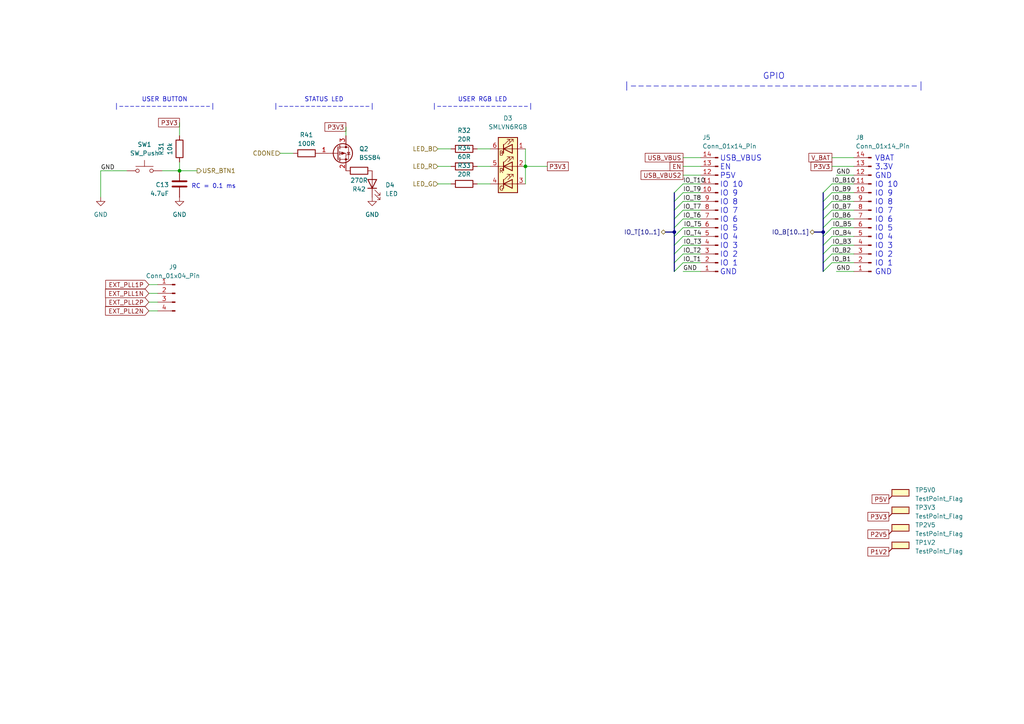
<source format=kicad_sch>
(kicad_sch
	(version 20250114)
	(generator "eeschema")
	(generator_version "9.0")
	(uuid "ea17bab2-8246-4b5e-a3c4-c4c0551d9129")
	(paper "A4")
	(lib_symbols
		(symbol "Connector:Conn_01x04_Pin"
			(pin_names
				(offset 1.016)
				(hide yes)
			)
			(exclude_from_sim no)
			(in_bom yes)
			(on_board yes)
			(property "Reference" "J"
				(at 0 5.08 0)
				(effects
					(font
						(size 1.27 1.27)
					)
				)
			)
			(property "Value" "Conn_01x04_Pin"
				(at 0 -7.62 0)
				(effects
					(font
						(size 1.27 1.27)
					)
				)
			)
			(property "Footprint" ""
				(at 0 0 0)
				(effects
					(font
						(size 1.27 1.27)
					)
					(hide yes)
				)
			)
			(property "Datasheet" "~"
				(at 0 0 0)
				(effects
					(font
						(size 1.27 1.27)
					)
					(hide yes)
				)
			)
			(property "Description" "Generic connector, single row, 01x04, script generated"
				(at 0 0 0)
				(effects
					(font
						(size 1.27 1.27)
					)
					(hide yes)
				)
			)
			(property "ki_locked" ""
				(at 0 0 0)
				(effects
					(font
						(size 1.27 1.27)
					)
				)
			)
			(property "ki_keywords" "connector"
				(at 0 0 0)
				(effects
					(font
						(size 1.27 1.27)
					)
					(hide yes)
				)
			)
			(property "ki_fp_filters" "Connector*:*_1x??_*"
				(at 0 0 0)
				(effects
					(font
						(size 1.27 1.27)
					)
					(hide yes)
				)
			)
			(symbol "Conn_01x04_Pin_1_1"
				(rectangle
					(start 0.8636 2.667)
					(end 0 2.413)
					(stroke
						(width 0.1524)
						(type default)
					)
					(fill
						(type outline)
					)
				)
				(rectangle
					(start 0.8636 0.127)
					(end 0 -0.127)
					(stroke
						(width 0.1524)
						(type default)
					)
					(fill
						(type outline)
					)
				)
				(rectangle
					(start 0.8636 -2.413)
					(end 0 -2.667)
					(stroke
						(width 0.1524)
						(type default)
					)
					(fill
						(type outline)
					)
				)
				(rectangle
					(start 0.8636 -4.953)
					(end 0 -5.207)
					(stroke
						(width 0.1524)
						(type default)
					)
					(fill
						(type outline)
					)
				)
				(polyline
					(pts
						(xy 1.27 2.54) (xy 0.8636 2.54)
					)
					(stroke
						(width 0.1524)
						(type default)
					)
					(fill
						(type none)
					)
				)
				(polyline
					(pts
						(xy 1.27 0) (xy 0.8636 0)
					)
					(stroke
						(width 0.1524)
						(type default)
					)
					(fill
						(type none)
					)
				)
				(polyline
					(pts
						(xy 1.27 -2.54) (xy 0.8636 -2.54)
					)
					(stroke
						(width 0.1524)
						(type default)
					)
					(fill
						(type none)
					)
				)
				(polyline
					(pts
						(xy 1.27 -5.08) (xy 0.8636 -5.08)
					)
					(stroke
						(width 0.1524)
						(type default)
					)
					(fill
						(type none)
					)
				)
				(pin passive line
					(at 5.08 2.54 180)
					(length 3.81)
					(name "Pin_1"
						(effects
							(font
								(size 1.27 1.27)
							)
						)
					)
					(number "1"
						(effects
							(font
								(size 1.27 1.27)
							)
						)
					)
				)
				(pin passive line
					(at 5.08 0 180)
					(length 3.81)
					(name "Pin_2"
						(effects
							(font
								(size 1.27 1.27)
							)
						)
					)
					(number "2"
						(effects
							(font
								(size 1.27 1.27)
							)
						)
					)
				)
				(pin passive line
					(at 5.08 -2.54 180)
					(length 3.81)
					(name "Pin_3"
						(effects
							(font
								(size 1.27 1.27)
							)
						)
					)
					(number "3"
						(effects
							(font
								(size 1.27 1.27)
							)
						)
					)
				)
				(pin passive line
					(at 5.08 -5.08 180)
					(length 3.81)
					(name "Pin_4"
						(effects
							(font
								(size 1.27 1.27)
							)
						)
					)
					(number "4"
						(effects
							(font
								(size 1.27 1.27)
							)
						)
					)
				)
			)
			(embedded_fonts no)
		)
		(symbol "Connector:Conn_01x14_Pin"
			(pin_names
				(offset 1.016)
				(hide yes)
			)
			(exclude_from_sim no)
			(in_bom yes)
			(on_board yes)
			(property "Reference" "J"
				(at 0 17.78 0)
				(effects
					(font
						(size 1.27 1.27)
					)
				)
			)
			(property "Value" "Conn_01x14_Pin"
				(at 0 -20.32 0)
				(effects
					(font
						(size 1.27 1.27)
					)
				)
			)
			(property "Footprint" ""
				(at 0 0 0)
				(effects
					(font
						(size 1.27 1.27)
					)
					(hide yes)
				)
			)
			(property "Datasheet" "~"
				(at 0 0 0)
				(effects
					(font
						(size 1.27 1.27)
					)
					(hide yes)
				)
			)
			(property "Description" "Generic connector, single row, 01x14, script generated"
				(at 0 0 0)
				(effects
					(font
						(size 1.27 1.27)
					)
					(hide yes)
				)
			)
			(property "ki_locked" ""
				(at 0 0 0)
				(effects
					(font
						(size 1.27 1.27)
					)
				)
			)
			(property "ki_keywords" "connector"
				(at 0 0 0)
				(effects
					(font
						(size 1.27 1.27)
					)
					(hide yes)
				)
			)
			(property "ki_fp_filters" "Connector*:*_1x??_*"
				(at 0 0 0)
				(effects
					(font
						(size 1.27 1.27)
					)
					(hide yes)
				)
			)
			(symbol "Conn_01x14_Pin_1_1"
				(rectangle
					(start 0.8636 15.367)
					(end 0 15.113)
					(stroke
						(width 0.1524)
						(type default)
					)
					(fill
						(type outline)
					)
				)
				(rectangle
					(start 0.8636 12.827)
					(end 0 12.573)
					(stroke
						(width 0.1524)
						(type default)
					)
					(fill
						(type outline)
					)
				)
				(rectangle
					(start 0.8636 10.287)
					(end 0 10.033)
					(stroke
						(width 0.1524)
						(type default)
					)
					(fill
						(type outline)
					)
				)
				(rectangle
					(start 0.8636 7.747)
					(end 0 7.493)
					(stroke
						(width 0.1524)
						(type default)
					)
					(fill
						(type outline)
					)
				)
				(rectangle
					(start 0.8636 5.207)
					(end 0 4.953)
					(stroke
						(width 0.1524)
						(type default)
					)
					(fill
						(type outline)
					)
				)
				(rectangle
					(start 0.8636 2.667)
					(end 0 2.413)
					(stroke
						(width 0.1524)
						(type default)
					)
					(fill
						(type outline)
					)
				)
				(rectangle
					(start 0.8636 0.127)
					(end 0 -0.127)
					(stroke
						(width 0.1524)
						(type default)
					)
					(fill
						(type outline)
					)
				)
				(rectangle
					(start 0.8636 -2.413)
					(end 0 -2.667)
					(stroke
						(width 0.1524)
						(type default)
					)
					(fill
						(type outline)
					)
				)
				(rectangle
					(start 0.8636 -4.953)
					(end 0 -5.207)
					(stroke
						(width 0.1524)
						(type default)
					)
					(fill
						(type outline)
					)
				)
				(rectangle
					(start 0.8636 -7.493)
					(end 0 -7.747)
					(stroke
						(width 0.1524)
						(type default)
					)
					(fill
						(type outline)
					)
				)
				(rectangle
					(start 0.8636 -10.033)
					(end 0 -10.287)
					(stroke
						(width 0.1524)
						(type default)
					)
					(fill
						(type outline)
					)
				)
				(rectangle
					(start 0.8636 -12.573)
					(end 0 -12.827)
					(stroke
						(width 0.1524)
						(type default)
					)
					(fill
						(type outline)
					)
				)
				(rectangle
					(start 0.8636 -15.113)
					(end 0 -15.367)
					(stroke
						(width 0.1524)
						(type default)
					)
					(fill
						(type outline)
					)
				)
				(rectangle
					(start 0.8636 -17.653)
					(end 0 -17.907)
					(stroke
						(width 0.1524)
						(type default)
					)
					(fill
						(type outline)
					)
				)
				(polyline
					(pts
						(xy 1.27 15.24) (xy 0.8636 15.24)
					)
					(stroke
						(width 0.1524)
						(type default)
					)
					(fill
						(type none)
					)
				)
				(polyline
					(pts
						(xy 1.27 12.7) (xy 0.8636 12.7)
					)
					(stroke
						(width 0.1524)
						(type default)
					)
					(fill
						(type none)
					)
				)
				(polyline
					(pts
						(xy 1.27 10.16) (xy 0.8636 10.16)
					)
					(stroke
						(width 0.1524)
						(type default)
					)
					(fill
						(type none)
					)
				)
				(polyline
					(pts
						(xy 1.27 7.62) (xy 0.8636 7.62)
					)
					(stroke
						(width 0.1524)
						(type default)
					)
					(fill
						(type none)
					)
				)
				(polyline
					(pts
						(xy 1.27 5.08) (xy 0.8636 5.08)
					)
					(stroke
						(width 0.1524)
						(type default)
					)
					(fill
						(type none)
					)
				)
				(polyline
					(pts
						(xy 1.27 2.54) (xy 0.8636 2.54)
					)
					(stroke
						(width 0.1524)
						(type default)
					)
					(fill
						(type none)
					)
				)
				(polyline
					(pts
						(xy 1.27 0) (xy 0.8636 0)
					)
					(stroke
						(width 0.1524)
						(type default)
					)
					(fill
						(type none)
					)
				)
				(polyline
					(pts
						(xy 1.27 -2.54) (xy 0.8636 -2.54)
					)
					(stroke
						(width 0.1524)
						(type default)
					)
					(fill
						(type none)
					)
				)
				(polyline
					(pts
						(xy 1.27 -5.08) (xy 0.8636 -5.08)
					)
					(stroke
						(width 0.1524)
						(type default)
					)
					(fill
						(type none)
					)
				)
				(polyline
					(pts
						(xy 1.27 -7.62) (xy 0.8636 -7.62)
					)
					(stroke
						(width 0.1524)
						(type default)
					)
					(fill
						(type none)
					)
				)
				(polyline
					(pts
						(xy 1.27 -10.16) (xy 0.8636 -10.16)
					)
					(stroke
						(width 0.1524)
						(type default)
					)
					(fill
						(type none)
					)
				)
				(polyline
					(pts
						(xy 1.27 -12.7) (xy 0.8636 -12.7)
					)
					(stroke
						(width 0.1524)
						(type default)
					)
					(fill
						(type none)
					)
				)
				(polyline
					(pts
						(xy 1.27 -15.24) (xy 0.8636 -15.24)
					)
					(stroke
						(width 0.1524)
						(type default)
					)
					(fill
						(type none)
					)
				)
				(polyline
					(pts
						(xy 1.27 -17.78) (xy 0.8636 -17.78)
					)
					(stroke
						(width 0.1524)
						(type default)
					)
					(fill
						(type none)
					)
				)
				(pin passive line
					(at 5.08 15.24 180)
					(length 3.81)
					(name "Pin_1"
						(effects
							(font
								(size 1.27 1.27)
							)
						)
					)
					(number "1"
						(effects
							(font
								(size 1.27 1.27)
							)
						)
					)
				)
				(pin passive line
					(at 5.08 12.7 180)
					(length 3.81)
					(name "Pin_2"
						(effects
							(font
								(size 1.27 1.27)
							)
						)
					)
					(number "2"
						(effects
							(font
								(size 1.27 1.27)
							)
						)
					)
				)
				(pin passive line
					(at 5.08 10.16 180)
					(length 3.81)
					(name "Pin_3"
						(effects
							(font
								(size 1.27 1.27)
							)
						)
					)
					(number "3"
						(effects
							(font
								(size 1.27 1.27)
							)
						)
					)
				)
				(pin passive line
					(at 5.08 7.62 180)
					(length 3.81)
					(name "Pin_4"
						(effects
							(font
								(size 1.27 1.27)
							)
						)
					)
					(number "4"
						(effects
							(font
								(size 1.27 1.27)
							)
						)
					)
				)
				(pin passive line
					(at 5.08 5.08 180)
					(length 3.81)
					(name "Pin_5"
						(effects
							(font
								(size 1.27 1.27)
							)
						)
					)
					(number "5"
						(effects
							(font
								(size 1.27 1.27)
							)
						)
					)
				)
				(pin passive line
					(at 5.08 2.54 180)
					(length 3.81)
					(name "Pin_6"
						(effects
							(font
								(size 1.27 1.27)
							)
						)
					)
					(number "6"
						(effects
							(font
								(size 1.27 1.27)
							)
						)
					)
				)
				(pin passive line
					(at 5.08 0 180)
					(length 3.81)
					(name "Pin_7"
						(effects
							(font
								(size 1.27 1.27)
							)
						)
					)
					(number "7"
						(effects
							(font
								(size 1.27 1.27)
							)
						)
					)
				)
				(pin passive line
					(at 5.08 -2.54 180)
					(length 3.81)
					(name "Pin_8"
						(effects
							(font
								(size 1.27 1.27)
							)
						)
					)
					(number "8"
						(effects
							(font
								(size 1.27 1.27)
							)
						)
					)
				)
				(pin passive line
					(at 5.08 -5.08 180)
					(length 3.81)
					(name "Pin_9"
						(effects
							(font
								(size 1.27 1.27)
							)
						)
					)
					(number "9"
						(effects
							(font
								(size 1.27 1.27)
							)
						)
					)
				)
				(pin passive line
					(at 5.08 -7.62 180)
					(length 3.81)
					(name "Pin_10"
						(effects
							(font
								(size 1.27 1.27)
							)
						)
					)
					(number "10"
						(effects
							(font
								(size 1.27 1.27)
							)
						)
					)
				)
				(pin passive line
					(at 5.08 -10.16 180)
					(length 3.81)
					(name "Pin_11"
						(effects
							(font
								(size 1.27 1.27)
							)
						)
					)
					(number "11"
						(effects
							(font
								(size 1.27 1.27)
							)
						)
					)
				)
				(pin passive line
					(at 5.08 -12.7 180)
					(length 3.81)
					(name "Pin_12"
						(effects
							(font
								(size 1.27 1.27)
							)
						)
					)
					(number "12"
						(effects
							(font
								(size 1.27 1.27)
							)
						)
					)
				)
				(pin passive line
					(at 5.08 -15.24 180)
					(length 3.81)
					(name "Pin_13"
						(effects
							(font
								(size 1.27 1.27)
							)
						)
					)
					(number "13"
						(effects
							(font
								(size 1.27 1.27)
							)
						)
					)
				)
				(pin passive line
					(at 5.08 -17.78 180)
					(length 3.81)
					(name "Pin_14"
						(effects
							(font
								(size 1.27 1.27)
							)
						)
					)
					(number "14"
						(effects
							(font
								(size 1.27 1.27)
							)
						)
					)
				)
			)
			(embedded_fonts no)
		)
		(symbol "Connector:TestPoint_Flag"
			(pin_numbers
				(hide yes)
			)
			(pin_names
				(offset 0.762)
				(hide yes)
			)
			(exclude_from_sim no)
			(in_bom yes)
			(on_board yes)
			(property "Reference" "TP"
				(at 3.429 1.778 0)
				(effects
					(font
						(size 1.27 1.27)
					)
				)
			)
			(property "Value" "TestPoint_Flag"
				(at 3.302 4.191 0)
				(effects
					(font
						(size 1.27 1.27)
					)
				)
			)
			(property "Footprint" ""
				(at 5.08 0 0)
				(effects
					(font
						(size 1.27 1.27)
					)
					(hide yes)
				)
			)
			(property "Datasheet" "~"
				(at 5.08 0 0)
				(effects
					(font
						(size 1.27 1.27)
					)
					(hide yes)
				)
			)
			(property "Description" "test point (alternative flag-style design)"
				(at 0 0 0)
				(effects
					(font
						(size 1.27 1.27)
					)
					(hide yes)
				)
			)
			(property "ki_keywords" "test point tp"
				(at 0 0 0)
				(effects
					(font
						(size 1.27 1.27)
					)
					(hide yes)
				)
			)
			(property "ki_fp_filters" "Pin* Test*"
				(at 0 0 0)
				(effects
					(font
						(size 1.27 1.27)
					)
					(hide yes)
				)
			)
			(symbol "TestPoint_Flag_0_1"
				(polyline
					(pts
						(xy 0 0) (xy 0.889 0.889)
					)
					(stroke
						(width 0.254)
						(type default)
					)
					(fill
						(type none)
					)
				)
				(rectangle
					(start 0.889 2.794)
					(end 5.842 0.889)
					(stroke
						(width 0.254)
						(type default)
					)
					(fill
						(type background)
					)
				)
			)
			(symbol "TestPoint_Flag_1_1"
				(pin passive line
					(at 0 0 90)
					(length 0)
					(name "1"
						(effects
							(font
								(size 1.27 1.27)
							)
						)
					)
					(number "1"
						(effects
							(font
								(size 1.27 1.27)
							)
						)
					)
				)
			)
			(embedded_fonts no)
		)
		(symbol "Device:C"
			(pin_numbers
				(hide yes)
			)
			(pin_names
				(offset 0.254)
			)
			(exclude_from_sim no)
			(in_bom yes)
			(on_board yes)
			(property "Reference" "C"
				(at 0.635 2.54 0)
				(effects
					(font
						(size 1.27 1.27)
					)
					(justify left)
				)
			)
			(property "Value" "C"
				(at 0.635 -2.54 0)
				(effects
					(font
						(size 1.27 1.27)
					)
					(justify left)
				)
			)
			(property "Footprint" ""
				(at 0.9652 -3.81 0)
				(effects
					(font
						(size 1.27 1.27)
					)
					(hide yes)
				)
			)
			(property "Datasheet" "~"
				(at 0 0 0)
				(effects
					(font
						(size 1.27 1.27)
					)
					(hide yes)
				)
			)
			(property "Description" "Unpolarized capacitor"
				(at 0 0 0)
				(effects
					(font
						(size 1.27 1.27)
					)
					(hide yes)
				)
			)
			(property "ki_keywords" "cap capacitor"
				(at 0 0 0)
				(effects
					(font
						(size 1.27 1.27)
					)
					(hide yes)
				)
			)
			(property "ki_fp_filters" "C_*"
				(at 0 0 0)
				(effects
					(font
						(size 1.27 1.27)
					)
					(hide yes)
				)
			)
			(symbol "C_0_1"
				(polyline
					(pts
						(xy -2.032 0.762) (xy 2.032 0.762)
					)
					(stroke
						(width 0.508)
						(type default)
					)
					(fill
						(type none)
					)
				)
				(polyline
					(pts
						(xy -2.032 -0.762) (xy 2.032 -0.762)
					)
					(stroke
						(width 0.508)
						(type default)
					)
					(fill
						(type none)
					)
				)
			)
			(symbol "C_1_1"
				(pin passive line
					(at 0 3.81 270)
					(length 2.794)
					(name "~"
						(effects
							(font
								(size 1.27 1.27)
							)
						)
					)
					(number "1"
						(effects
							(font
								(size 1.27 1.27)
							)
						)
					)
				)
				(pin passive line
					(at 0 -3.81 90)
					(length 2.794)
					(name "~"
						(effects
							(font
								(size 1.27 1.27)
							)
						)
					)
					(number "2"
						(effects
							(font
								(size 1.27 1.27)
							)
						)
					)
				)
			)
			(embedded_fonts no)
		)
		(symbol "Device:LED"
			(pin_numbers
				(hide yes)
			)
			(pin_names
				(offset 1.016)
				(hide yes)
			)
			(exclude_from_sim no)
			(in_bom yes)
			(on_board yes)
			(property "Reference" "D"
				(at 0 2.54 0)
				(effects
					(font
						(size 1.27 1.27)
					)
				)
			)
			(property "Value" "LED"
				(at 0 -2.54 0)
				(effects
					(font
						(size 1.27 1.27)
					)
				)
			)
			(property "Footprint" ""
				(at 0 0 0)
				(effects
					(font
						(size 1.27 1.27)
					)
					(hide yes)
				)
			)
			(property "Datasheet" "~"
				(at 0 0 0)
				(effects
					(font
						(size 1.27 1.27)
					)
					(hide yes)
				)
			)
			(property "Description" "Light emitting diode"
				(at 0 0 0)
				(effects
					(font
						(size 1.27 1.27)
					)
					(hide yes)
				)
			)
			(property "Sim.Pins" "1=K 2=A"
				(at 0 0 0)
				(effects
					(font
						(size 1.27 1.27)
					)
					(hide yes)
				)
			)
			(property "ki_keywords" "LED diode"
				(at 0 0 0)
				(effects
					(font
						(size 1.27 1.27)
					)
					(hide yes)
				)
			)
			(property "ki_fp_filters" "LED* LED_SMD:* LED_THT:*"
				(at 0 0 0)
				(effects
					(font
						(size 1.27 1.27)
					)
					(hide yes)
				)
			)
			(symbol "LED_0_1"
				(polyline
					(pts
						(xy -3.048 -0.762) (xy -4.572 -2.286) (xy -3.81 -2.286) (xy -4.572 -2.286) (xy -4.572 -1.524)
					)
					(stroke
						(width 0)
						(type default)
					)
					(fill
						(type none)
					)
				)
				(polyline
					(pts
						(xy -1.778 -0.762) (xy -3.302 -2.286) (xy -2.54 -2.286) (xy -3.302 -2.286) (xy -3.302 -1.524)
					)
					(stroke
						(width 0)
						(type default)
					)
					(fill
						(type none)
					)
				)
				(polyline
					(pts
						(xy -1.27 0) (xy 1.27 0)
					)
					(stroke
						(width 0)
						(type default)
					)
					(fill
						(type none)
					)
				)
				(polyline
					(pts
						(xy -1.27 -1.27) (xy -1.27 1.27)
					)
					(stroke
						(width 0.254)
						(type default)
					)
					(fill
						(type none)
					)
				)
				(polyline
					(pts
						(xy 1.27 -1.27) (xy 1.27 1.27) (xy -1.27 0) (xy 1.27 -1.27)
					)
					(stroke
						(width 0.254)
						(type default)
					)
					(fill
						(type none)
					)
				)
			)
			(symbol "LED_1_1"
				(pin passive line
					(at -3.81 0 0)
					(length 2.54)
					(name "K"
						(effects
							(font
								(size 1.27 1.27)
							)
						)
					)
					(number "1"
						(effects
							(font
								(size 1.27 1.27)
							)
						)
					)
				)
				(pin passive line
					(at 3.81 0 180)
					(length 2.54)
					(name "A"
						(effects
							(font
								(size 1.27 1.27)
							)
						)
					)
					(number "2"
						(effects
							(font
								(size 1.27 1.27)
							)
						)
					)
				)
			)
			(embedded_fonts no)
		)
		(symbol "Device:R"
			(pin_numbers
				(hide yes)
			)
			(pin_names
				(offset 0)
			)
			(exclude_from_sim no)
			(in_bom yes)
			(on_board yes)
			(property "Reference" "R"
				(at 2.032 0 90)
				(effects
					(font
						(size 1.27 1.27)
					)
				)
			)
			(property "Value" "R"
				(at 0 0 90)
				(effects
					(font
						(size 1.27 1.27)
					)
				)
			)
			(property "Footprint" ""
				(at -1.778 0 90)
				(effects
					(font
						(size 1.27 1.27)
					)
					(hide yes)
				)
			)
			(property "Datasheet" "~"
				(at 0 0 0)
				(effects
					(font
						(size 1.27 1.27)
					)
					(hide yes)
				)
			)
			(property "Description" "Resistor"
				(at 0 0 0)
				(effects
					(font
						(size 1.27 1.27)
					)
					(hide yes)
				)
			)
			(property "ki_keywords" "R res resistor"
				(at 0 0 0)
				(effects
					(font
						(size 1.27 1.27)
					)
					(hide yes)
				)
			)
			(property "ki_fp_filters" "R_*"
				(at 0 0 0)
				(effects
					(font
						(size 1.27 1.27)
					)
					(hide yes)
				)
			)
			(symbol "R_0_1"
				(rectangle
					(start -1.016 -2.54)
					(end 1.016 2.54)
					(stroke
						(width 0.254)
						(type default)
					)
					(fill
						(type none)
					)
				)
			)
			(symbol "R_1_1"
				(pin passive line
					(at 0 3.81 270)
					(length 1.27)
					(name "~"
						(effects
							(font
								(size 1.27 1.27)
							)
						)
					)
					(number "1"
						(effects
							(font
								(size 1.27 1.27)
							)
						)
					)
				)
				(pin passive line
					(at 0 -3.81 90)
					(length 1.27)
					(name "~"
						(effects
							(font
								(size 1.27 1.27)
							)
						)
					)
					(number "2"
						(effects
							(font
								(size 1.27 1.27)
							)
						)
					)
				)
			)
			(embedded_fonts no)
		)
		(symbol "LED:SMLVN6RGB"
			(pin_names
				(offset 0)
				(hide yes)
			)
			(exclude_from_sim no)
			(in_bom yes)
			(on_board yes)
			(property "Reference" "D"
				(at 0 12.7 0)
				(effects
					(font
						(size 1.27 1.27)
					)
				)
			)
			(property "Value" "SMLVN6RGB"
				(at 0 10.16 0)
				(effects
					(font
						(size 1.27 1.27)
					)
				)
			)
			(property "Footprint" "LED_SMD:LED_ROHM_SMLVN6"
				(at 0 -8.89 0)
				(effects
					(font
						(size 1.27 1.27)
					)
					(hide yes)
				)
			)
			(property "Datasheet" "https://www.rohm.com/datasheet/SMLVN6RGB1U"
				(at 0 -1.27 0)
				(effects
					(font
						(size 1.27 1.27)
					)
					(hide yes)
				)
			)
			(property "Description" "High Brightness Tri-Color LED, RGB, 3.5x2.8mm"
				(at 0 0 0)
				(effects
					(font
						(size 1.27 1.27)
					)
					(hide yes)
				)
			)
			(property "ki_keywords" "LED RGB Diode"
				(at 0 0 0)
				(effects
					(font
						(size 1.27 1.27)
					)
					(hide yes)
				)
			)
			(property "ki_fp_filters" "LED*ROHM*SMLVN6*"
				(at 0 0 0)
				(effects
					(font
						(size 1.27 1.27)
					)
					(hide yes)
				)
			)
			(symbol "SMLVN6RGB_0_0"
				(text "B"
					(at 1.905 3.81 0)
					(effects
						(font
							(size 1.27 1.27)
						)
					)
				)
				(text "R"
					(at 1.905 -1.27 0)
					(effects
						(font
							(size 1.27 1.27)
						)
					)
				)
				(text "G"
					(at 1.905 -6.35 0)
					(effects
						(font
							(size 1.27 1.27)
						)
					)
				)
			)
			(symbol "SMLVN6RGB_0_1"
				(rectangle
					(start -2.794 8.382)
					(end 2.794 -7.62)
					(stroke
						(width 0.254)
						(type default)
					)
					(fill
						(type background)
					)
				)
				(rectangle
					(start -1.27 6.35)
					(end -1.27 6.35)
					(stroke
						(width 0)
						(type default)
					)
					(fill
						(type none)
					)
				)
				(polyline
					(pts
						(xy -1.27 6.35) (xy -1.27 3.81) (xy 1.27 5.08) (xy -1.27 6.35)
					)
					(stroke
						(width 0.254)
						(type default)
					)
					(fill
						(type none)
					)
				)
				(polyline
					(pts
						(xy -1.27 5.08) (xy -2.54 5.08)
					)
					(stroke
						(width 0)
						(type default)
					)
					(fill
						(type none)
					)
				)
				(rectangle
					(start -1.27 3.81)
					(end -1.27 6.35)
					(stroke
						(width 0)
						(type default)
					)
					(fill
						(type none)
					)
				)
				(rectangle
					(start -1.27 1.27)
					(end -1.27 1.27)
					(stroke
						(width 0)
						(type default)
					)
					(fill
						(type none)
					)
				)
				(polyline
					(pts
						(xy -1.27 1.27) (xy -1.27 -1.27) (xy 1.27 0) (xy -1.27 1.27)
					)
					(stroke
						(width 0.254)
						(type default)
					)
					(fill
						(type none)
					)
				)
				(polyline
					(pts
						(xy -1.27 0) (xy -2.54 0)
					)
					(stroke
						(width 0)
						(type default)
					)
					(fill
						(type none)
					)
				)
				(polyline
					(pts
						(xy -1.27 0) (xy 1.27 0)
					)
					(stroke
						(width 0)
						(type default)
					)
					(fill
						(type none)
					)
				)
				(rectangle
					(start -1.27 -1.27)
					(end -1.27 1.27)
					(stroke
						(width 0)
						(type default)
					)
					(fill
						(type none)
					)
				)
				(polyline
					(pts
						(xy -1.27 -3.81) (xy -1.27 -6.35) (xy 1.27 -5.08) (xy -1.27 -3.81)
					)
					(stroke
						(width 0.254)
						(type default)
					)
					(fill
						(type none)
					)
				)
				(polyline
					(pts
						(xy -1.27 -5.08) (xy -2.54 -5.08)
					)
					(stroke
						(width 0)
						(type default)
					)
					(fill
						(type none)
					)
				)
				(polyline
					(pts
						(xy 0 6.35) (xy -1.524 7.874) (xy -0.762 7.874) (xy -1.524 7.874) (xy -1.524 7.112)
					)
					(stroke
						(width 0)
						(type default)
					)
					(fill
						(type none)
					)
				)
				(polyline
					(pts
						(xy 0 1.27) (xy -1.524 2.794) (xy -0.762 2.794) (xy -1.524 2.794) (xy -1.524 2.032)
					)
					(stroke
						(width 0)
						(type default)
					)
					(fill
						(type none)
					)
				)
				(polyline
					(pts
						(xy 0 -3.81) (xy -1.524 -2.286) (xy -0.762 -2.286) (xy -1.524 -2.286) (xy -1.524 -3.048)
					)
					(stroke
						(width 0)
						(type default)
					)
					(fill
						(type none)
					)
				)
				(polyline
					(pts
						(xy 1.016 6.35) (xy -0.508 7.874) (xy 0.254 7.874) (xy -0.508 7.874) (xy -0.508 7.112)
					)
					(stroke
						(width 0)
						(type default)
					)
					(fill
						(type none)
					)
				)
				(polyline
					(pts
						(xy 1.016 1.27) (xy -0.508 2.794) (xy 0.254 2.794) (xy -0.508 2.794) (xy -0.508 2.032)
					)
					(stroke
						(width 0)
						(type default)
					)
					(fill
						(type none)
					)
				)
				(polyline
					(pts
						(xy 1.016 -3.81) (xy -0.508 -2.286) (xy 0.254 -2.286) (xy -0.508 -2.286) (xy -0.508 -3.048)
					)
					(stroke
						(width 0)
						(type default)
					)
					(fill
						(type none)
					)
				)
				(polyline
					(pts
						(xy 1.27 6.35) (xy 1.27 3.81)
					)
					(stroke
						(width 0.254)
						(type default)
					)
					(fill
						(type none)
					)
				)
				(polyline
					(pts
						(xy 1.27 6.35) (xy 1.27 3.81) (xy 1.27 3.81)
					)
					(stroke
						(width 0)
						(type default)
					)
					(fill
						(type none)
					)
				)
				(polyline
					(pts
						(xy 1.27 5.08) (xy -1.27 5.08)
					)
					(stroke
						(width 0)
						(type default)
					)
					(fill
						(type none)
					)
				)
				(polyline
					(pts
						(xy 1.27 5.08) (xy 2.54 5.08)
					)
					(stroke
						(width 0)
						(type default)
					)
					(fill
						(type none)
					)
				)
				(polyline
					(pts
						(xy 1.27 1.27) (xy 1.27 -1.27)
					)
					(stroke
						(width 0.254)
						(type default)
					)
					(fill
						(type none)
					)
				)
				(polyline
					(pts
						(xy 1.27 1.27) (xy 1.27 -1.27) (xy 1.27 -1.27)
					)
					(stroke
						(width 0)
						(type default)
					)
					(fill
						(type none)
					)
				)
				(polyline
					(pts
						(xy 1.27 0) (xy 2.54 0)
					)
					(stroke
						(width 0)
						(type default)
					)
					(fill
						(type none)
					)
				)
				(polyline
					(pts
						(xy 1.27 -3.81) (xy 1.27 -6.35)
					)
					(stroke
						(width 0.254)
						(type default)
					)
					(fill
						(type none)
					)
				)
				(polyline
					(pts
						(xy 1.27 -5.08) (xy -1.27 -5.08)
					)
					(stroke
						(width 0)
						(type default)
					)
					(fill
						(type none)
					)
				)
				(polyline
					(pts
						(xy 1.27 -5.08) (xy 2.54 -5.08)
					)
					(stroke
						(width 0)
						(type default)
					)
					(fill
						(type none)
					)
				)
			)
			(symbol "SMLVN6RGB_1_1"
				(pin passive line
					(at -5.08 5.08 0)
					(length 2.54)
					(name "BA"
						(effects
							(font
								(size 1.27 1.27)
							)
						)
					)
					(number "1"
						(effects
							(font
								(size 1.27 1.27)
							)
						)
					)
				)
				(pin passive line
					(at -5.08 0 0)
					(length 2.54)
					(name "RA"
						(effects
							(font
								(size 1.27 1.27)
							)
						)
					)
					(number "2"
						(effects
							(font
								(size 1.27 1.27)
							)
						)
					)
				)
				(pin passive line
					(at -5.08 -5.08 0)
					(length 2.54)
					(name "GA"
						(effects
							(font
								(size 1.27 1.27)
							)
						)
					)
					(number "3"
						(effects
							(font
								(size 1.27 1.27)
							)
						)
					)
				)
				(pin passive line
					(at 5.08 5.08 180)
					(length 2.54)
					(name "BK"
						(effects
							(font
								(size 1.27 1.27)
							)
						)
					)
					(number "6"
						(effects
							(font
								(size 1.27 1.27)
							)
						)
					)
				)
				(pin passive line
					(at 5.08 0 180)
					(length 2.54)
					(name "RK"
						(effects
							(font
								(size 1.27 1.27)
							)
						)
					)
					(number "5"
						(effects
							(font
								(size 1.27 1.27)
							)
						)
					)
				)
				(pin passive line
					(at 5.08 -5.08 180)
					(length 2.54)
					(name "GK"
						(effects
							(font
								(size 1.27 1.27)
							)
						)
					)
					(number "4"
						(effects
							(font
								(size 1.27 1.27)
							)
						)
					)
				)
			)
			(embedded_fonts no)
		)
		(symbol "Switch:SW_Push"
			(pin_numbers
				(hide yes)
			)
			(pin_names
				(offset 1.016)
				(hide yes)
			)
			(exclude_from_sim no)
			(in_bom yes)
			(on_board yes)
			(property "Reference" "SW"
				(at 1.27 2.54 0)
				(effects
					(font
						(size 1.27 1.27)
					)
					(justify left)
				)
			)
			(property "Value" "SW_Push"
				(at 0 -1.524 0)
				(effects
					(font
						(size 1.27 1.27)
					)
				)
			)
			(property "Footprint" ""
				(at 0 5.08 0)
				(effects
					(font
						(size 1.27 1.27)
					)
					(hide yes)
				)
			)
			(property "Datasheet" "~"
				(at 0 5.08 0)
				(effects
					(font
						(size 1.27 1.27)
					)
					(hide yes)
				)
			)
			(property "Description" "Push button switch, generic, two pins"
				(at 0 0 0)
				(effects
					(font
						(size 1.27 1.27)
					)
					(hide yes)
				)
			)
			(property "ki_keywords" "switch normally-open pushbutton push-button"
				(at 0 0 0)
				(effects
					(font
						(size 1.27 1.27)
					)
					(hide yes)
				)
			)
			(symbol "SW_Push_0_1"
				(circle
					(center -2.032 0)
					(radius 0.508)
					(stroke
						(width 0)
						(type default)
					)
					(fill
						(type none)
					)
				)
				(polyline
					(pts
						(xy 0 1.27) (xy 0 3.048)
					)
					(stroke
						(width 0)
						(type default)
					)
					(fill
						(type none)
					)
				)
				(circle
					(center 2.032 0)
					(radius 0.508)
					(stroke
						(width 0)
						(type default)
					)
					(fill
						(type none)
					)
				)
				(polyline
					(pts
						(xy 2.54 1.27) (xy -2.54 1.27)
					)
					(stroke
						(width 0)
						(type default)
					)
					(fill
						(type none)
					)
				)
				(pin passive line
					(at -5.08 0 0)
					(length 2.54)
					(name "1"
						(effects
							(font
								(size 1.27 1.27)
							)
						)
					)
					(number "1"
						(effects
							(font
								(size 1.27 1.27)
							)
						)
					)
				)
				(pin passive line
					(at 5.08 0 180)
					(length 2.54)
					(name "2"
						(effects
							(font
								(size 1.27 1.27)
							)
						)
					)
					(number "2"
						(effects
							(font
								(size 1.27 1.27)
							)
						)
					)
				)
			)
			(embedded_fonts no)
		)
		(symbol "Transistor_FET:BSS84"
			(pin_names
				(hide yes)
			)
			(exclude_from_sim no)
			(in_bom yes)
			(on_board yes)
			(property "Reference" "Q"
				(at 5.08 1.905 0)
				(effects
					(font
						(size 1.27 1.27)
					)
					(justify left)
				)
			)
			(property "Value" "BSS84"
				(at 5.08 0 0)
				(effects
					(font
						(size 1.27 1.27)
					)
					(justify left)
				)
			)
			(property "Footprint" "Package_TO_SOT_SMD:SOT-23"
				(at 5.08 -1.905 0)
				(effects
					(font
						(size 1.27 1.27)
						(italic yes)
					)
					(justify left)
					(hide yes)
				)
			)
			(property "Datasheet" "http://assets.nexperia.com/documents/data-sheet/BSS84.pdf"
				(at 5.08 -3.81 0)
				(effects
					(font
						(size 1.27 1.27)
					)
					(justify left)
					(hide yes)
				)
			)
			(property "Description" "-0.13A Id, -50V Vds, P-Channel MOSFET, SOT-23"
				(at 0 0 0)
				(effects
					(font
						(size 1.27 1.27)
					)
					(hide yes)
				)
			)
			(property "ki_keywords" "P-Channel MOSFET"
				(at 0 0 0)
				(effects
					(font
						(size 1.27 1.27)
					)
					(hide yes)
				)
			)
			(property "ki_fp_filters" "SOT?23*"
				(at 0 0 0)
				(effects
					(font
						(size 1.27 1.27)
					)
					(hide yes)
				)
			)
			(symbol "BSS84_0_1"
				(polyline
					(pts
						(xy 0.254 1.905) (xy 0.254 -1.905)
					)
					(stroke
						(width 0.254)
						(type default)
					)
					(fill
						(type none)
					)
				)
				(polyline
					(pts
						(xy 0.254 0) (xy -2.54 0)
					)
					(stroke
						(width 0)
						(type default)
					)
					(fill
						(type none)
					)
				)
				(polyline
					(pts
						(xy 0.762 2.286) (xy 0.762 1.27)
					)
					(stroke
						(width 0.254)
						(type default)
					)
					(fill
						(type none)
					)
				)
				(polyline
					(pts
						(xy 0.762 1.778) (xy 3.302 1.778) (xy 3.302 -1.778) (xy 0.762 -1.778)
					)
					(stroke
						(width 0)
						(type default)
					)
					(fill
						(type none)
					)
				)
				(polyline
					(pts
						(xy 0.762 0.508) (xy 0.762 -0.508)
					)
					(stroke
						(width 0.254)
						(type default)
					)
					(fill
						(type none)
					)
				)
				(polyline
					(pts
						(xy 0.762 -1.27) (xy 0.762 -2.286)
					)
					(stroke
						(width 0.254)
						(type default)
					)
					(fill
						(type none)
					)
				)
				(circle
					(center 1.651 0)
					(radius 2.794)
					(stroke
						(width 0.254)
						(type default)
					)
					(fill
						(type none)
					)
				)
				(polyline
					(pts
						(xy 2.286 0) (xy 1.27 0.381) (xy 1.27 -0.381) (xy 2.286 0)
					)
					(stroke
						(width 0)
						(type default)
					)
					(fill
						(type outline)
					)
				)
				(polyline
					(pts
						(xy 2.54 2.54) (xy 2.54 1.778)
					)
					(stroke
						(width 0)
						(type default)
					)
					(fill
						(type none)
					)
				)
				(circle
					(center 2.54 1.778)
					(radius 0.254)
					(stroke
						(width 0)
						(type default)
					)
					(fill
						(type outline)
					)
				)
				(circle
					(center 2.54 -1.778)
					(radius 0.254)
					(stroke
						(width 0)
						(type default)
					)
					(fill
						(type outline)
					)
				)
				(polyline
					(pts
						(xy 2.54 -2.54) (xy 2.54 0) (xy 0.762 0)
					)
					(stroke
						(width 0)
						(type default)
					)
					(fill
						(type none)
					)
				)
				(polyline
					(pts
						(xy 2.794 -0.508) (xy 2.921 -0.381) (xy 3.683 -0.381) (xy 3.81 -0.254)
					)
					(stroke
						(width 0)
						(type default)
					)
					(fill
						(type none)
					)
				)
				(polyline
					(pts
						(xy 3.302 -0.381) (xy 2.921 0.254) (xy 3.683 0.254) (xy 3.302 -0.381)
					)
					(stroke
						(width 0)
						(type default)
					)
					(fill
						(type none)
					)
				)
			)
			(symbol "BSS84_1_1"
				(pin input line
					(at -5.08 0 0)
					(length 2.54)
					(name "G"
						(effects
							(font
								(size 1.27 1.27)
							)
						)
					)
					(number "1"
						(effects
							(font
								(size 1.27 1.27)
							)
						)
					)
				)
				(pin passive line
					(at 2.54 5.08 270)
					(length 2.54)
					(name "D"
						(effects
							(font
								(size 1.27 1.27)
							)
						)
					)
					(number "3"
						(effects
							(font
								(size 1.27 1.27)
							)
						)
					)
				)
				(pin passive line
					(at 2.54 -5.08 90)
					(length 2.54)
					(name "S"
						(effects
							(font
								(size 1.27 1.27)
							)
						)
					)
					(number "2"
						(effects
							(font
								(size 1.27 1.27)
							)
						)
					)
				)
			)
			(embedded_fonts no)
		)
		(symbol "power:GND"
			(power)
			(pin_numbers
				(hide yes)
			)
			(pin_names
				(offset 0)
				(hide yes)
			)
			(exclude_from_sim no)
			(in_bom yes)
			(on_board yes)
			(property "Reference" "#PWR"
				(at 0 -6.35 0)
				(effects
					(font
						(size 1.27 1.27)
					)
					(hide yes)
				)
			)
			(property "Value" "GND"
				(at 0 -3.81 0)
				(effects
					(font
						(size 1.27 1.27)
					)
				)
			)
			(property "Footprint" ""
				(at 0 0 0)
				(effects
					(font
						(size 1.27 1.27)
					)
					(hide yes)
				)
			)
			(property "Datasheet" ""
				(at 0 0 0)
				(effects
					(font
						(size 1.27 1.27)
					)
					(hide yes)
				)
			)
			(property "Description" "Power symbol creates a global label with name \"GND\" , ground"
				(at 0 0 0)
				(effects
					(font
						(size 1.27 1.27)
					)
					(hide yes)
				)
			)
			(property "ki_keywords" "global power"
				(at 0 0 0)
				(effects
					(font
						(size 1.27 1.27)
					)
					(hide yes)
				)
			)
			(symbol "GND_0_1"
				(polyline
					(pts
						(xy 0 0) (xy 0 -1.27) (xy 1.27 -1.27) (xy 0 -2.54) (xy -1.27 -1.27) (xy 0 -1.27)
					)
					(stroke
						(width 0)
						(type default)
					)
					(fill
						(type none)
					)
				)
			)
			(symbol "GND_1_1"
				(pin power_in line
					(at 0 0 270)
					(length 0)
					(name "~"
						(effects
							(font
								(size 1.27 1.27)
							)
						)
					)
					(number "1"
						(effects
							(font
								(size 1.27 1.27)
							)
						)
					)
				)
			)
			(embedded_fonts no)
		)
	)
	(text "USER RGB LED\n|-----------------|"
		(exclude_from_sim no)
		(at 139.954 29.972 0)
		(effects
			(font
				(size 1.27 1.27)
			)
		)
		(uuid "1ee8bcf9-83a6-446a-bb1a-209761aca78b")
	)
	(text "USER BUTTON\n|-----------------|"
		(exclude_from_sim no)
		(at 47.752 29.972 0)
		(effects
			(font
				(size 1.27 1.27)
			)
		)
		(uuid "443e022e-3933-4a71-b6b7-cece3b042032")
	)
	(text "GPIO\n|--------------------------------------|"
		(exclude_from_sim no)
		(at 224.4543 23.622 0)
		(effects
			(font
				(size 1.778 1.778)
			)
		)
		(uuid "4a96fe75-92d6-4996-9f10-37d659386413")
	)
	(text "VBAT\n3.3V\nGND\nIO 10\nIO 9\nIO 8\nIO 7\nIO 6\nIO 5\nIO 4\nIO 3\nIO 2\nIO 1\nGND"
		(exclude_from_sim no)
		(at 253.746 62.484 0)
		(effects
			(font
				(size 1.5748 1.5748)
			)
			(justify left)
		)
		(uuid "59c3d11c-f9f3-460c-a1c8-c600cfc15655")
	)
	(text "RC = 0.1 ms\n"
		(exclude_from_sim no)
		(at 61.976 54.102 0)
		(effects
			(font
				(size 1.27 1.27)
			)
		)
		(uuid "6c547fa5-5b2a-44c7-9548-7452b3820b9e")
	)
	(text "USB_VBUS\nEN\nP5V\nIO 10\nIO 9\nIO 8\nIO 7\nIO 6\nIO 5\nIO 4\nIO 3\nIO 2\nIO 1\nGND"
		(exclude_from_sim no)
		(at 208.788 62.484 0)
		(effects
			(font
				(size 1.5748 1.5748)
			)
			(justify left)
		)
		(uuid "acbb2a00-2126-43c5-b27d-f1ee0db0e406")
	)
	(text "STATUS LED\n|-----------------|"
		(exclude_from_sim no)
		(at 93.98 29.972 0)
		(effects
			(font
				(size 1.27 1.27)
			)
		)
		(uuid "c99718c6-7dbc-409f-961b-365e318f3529")
	)
	(junction
		(at 195.58 67.31)
		(diameter 0)
		(color 0 0 0 0)
		(uuid "27692093-94c0-41dc-b754-04c93f595bf8")
	)
	(junction
		(at 52.07 49.53)
		(diameter 0)
		(color 0 0 0 0)
		(uuid "68c917f1-5ea3-456e-ab68-0257ed73412b")
	)
	(junction
		(at 238.76 67.31)
		(diameter 0)
		(color 0 0 0 0)
		(uuid "8c1db1e8-0cef-4f47-a57b-3f57740f86d3")
	)
	(junction
		(at 152.4 48.26)
		(diameter 0)
		(color 0 0 0 0)
		(uuid "e9fc3f9b-5e0d-46ad-a22e-71c1ef2cd691")
	)
	(bus_entry
		(at 238.76 68.58)
		(size 2.54 -2.54)
		(stroke
			(width 0)
			(type default)
		)
		(uuid "09ffd1bf-574d-4b15-a758-c37c8b5db1d3")
	)
	(bus_entry
		(at 238.76 66.04)
		(size 2.54 -2.54)
		(stroke
			(width 0)
			(type default)
		)
		(uuid "0e4a8d60-7dc6-4f26-b0ac-126f70b86b5a")
	)
	(bus_entry
		(at 195.58 78.74)
		(size 2.54 -2.54)
		(stroke
			(width 0)
			(type default)
		)
		(uuid "377e19ca-b81d-4c91-b05d-5925a9b57365")
	)
	(bus_entry
		(at 238.76 78.74)
		(size 2.54 -2.54)
		(stroke
			(width 0)
			(type default)
		)
		(uuid "3b569b65-8308-4bdc-a369-d38bc4269a71")
	)
	(bus_entry
		(at 195.58 63.5)
		(size 2.54 -2.54)
		(stroke
			(width 0)
			(type default)
		)
		(uuid "5a25706b-0cf7-4a69-bf67-9be25e1a0b86")
	)
	(bus_entry
		(at 195.58 66.04)
		(size 2.54 -2.54)
		(stroke
			(width 0)
			(type default)
		)
		(uuid "6b085b5a-90e5-481c-9fc7-48fc9988cef9")
	)
	(bus_entry
		(at 238.76 76.2)
		(size 2.54 -2.54)
		(stroke
			(width 0)
			(type default)
		)
		(uuid "6db8a74d-6b39-4ab2-a6fc-8a77d0fb7b95")
	)
	(bus_entry
		(at 195.58 60.96)
		(size 2.54 -2.54)
		(stroke
			(width 0)
			(type default)
		)
		(uuid "83f848ac-c2a2-44b7-9845-6d3709503006")
	)
	(bus_entry
		(at 195.58 58.42)
		(size 2.54 -2.54)
		(stroke
			(width 0)
			(type default)
		)
		(uuid "8506d1bb-6b41-4f7f-891f-71b94278de7d")
	)
	(bus_entry
		(at 195.58 55.88)
		(size 2.54 -2.54)
		(stroke
			(width 0)
			(type default)
		)
		(uuid "8f0228d0-5520-4c73-91fa-470075c3579e")
	)
	(bus_entry
		(at 238.76 60.96)
		(size 2.54 -2.54)
		(stroke
			(width 0)
			(type default)
		)
		(uuid "92b6a262-2dbd-4cc6-9b9d-2751b3dcc6fd")
	)
	(bus_entry
		(at 195.58 68.58)
		(size 2.54 -2.54)
		(stroke
			(width 0)
			(type default)
		)
		(uuid "a78ff57e-53a5-4d24-895a-f78dc878f288")
	)
	(bus_entry
		(at 238.76 73.66)
		(size 2.54 -2.54)
		(stroke
			(width 0)
			(type default)
		)
		(uuid "a7be15a2-7e2f-4a2d-8f46-a48b38ce455c")
	)
	(bus_entry
		(at 195.58 71.12)
		(size 2.54 -2.54)
		(stroke
			(width 0)
			(type default)
		)
		(uuid "bbe7d6ec-a462-4765-99e6-ed94574db6d9")
	)
	(bus_entry
		(at 238.76 63.5)
		(size 2.54 -2.54)
		(stroke
			(width 0)
			(type default)
		)
		(uuid "bfcb6fe3-3606-40d0-af32-8fca9dd1d91b")
	)
	(bus_entry
		(at 238.76 71.12)
		(size 2.54 -2.54)
		(stroke
			(width 0)
			(type default)
		)
		(uuid "ce28d133-616b-4f3d-bd31-bf867a4610c7")
	)
	(bus_entry
		(at 238.76 55.88)
		(size 2.54 -2.54)
		(stroke
			(width 0)
			(type default)
		)
		(uuid "d64956cf-bd5f-4a40-b89f-8eb9be64791c")
	)
	(bus_entry
		(at 195.58 73.66)
		(size 2.54 -2.54)
		(stroke
			(width 0)
			(type default)
		)
		(uuid "d998e9f5-01fb-4104-92e1-6ba7a7fe4c66")
	)
	(bus_entry
		(at 238.76 58.42)
		(size 2.54 -2.54)
		(stroke
			(width 0)
			(type default)
		)
		(uuid "ddaaa1eb-3ad7-45d0-b181-438b17c8b0aa")
	)
	(bus_entry
		(at 195.58 76.2)
		(size 2.54 -2.54)
		(stroke
			(width 0)
			(type default)
		)
		(uuid "ffb602e0-ff62-4292-924c-8da4d7d74f16")
	)
	(wire
		(pts
			(xy 241.3 73.66) (xy 247.65 73.66)
		)
		(stroke
			(width 0)
			(type default)
		)
		(uuid "050ea39b-86ba-4827-a3f6-9ce61a82a804")
	)
	(wire
		(pts
			(xy 198.12 71.12) (xy 203.2 71.12)
		)
		(stroke
			(width 0)
			(type default)
		)
		(uuid "0b9c5257-b083-47eb-be3e-b8dde16b7623")
	)
	(bus
		(pts
			(xy 195.58 68.58) (xy 195.58 71.12)
		)
		(stroke
			(width 0)
			(type default)
		)
		(uuid "0bf23b7e-cb38-4b5a-a1a6-f90149fbf676")
	)
	(wire
		(pts
			(xy 52.07 49.53) (xy 57.15 49.53)
		)
		(stroke
			(width 0)
			(type default)
		)
		(uuid "1098e584-e8e9-4869-a773-37e73be7db49")
	)
	(wire
		(pts
			(xy 52.07 46.99) (xy 52.07 49.53)
		)
		(stroke
			(width 0)
			(type default)
		)
		(uuid "11ea9624-927a-4583-97a3-d17b80645962")
	)
	(wire
		(pts
			(xy 241.3 76.2) (xy 247.65 76.2)
		)
		(stroke
			(width 0)
			(type default)
		)
		(uuid "1a3e5806-150a-4373-927a-7465d2f6dc14")
	)
	(wire
		(pts
			(xy 241.3 60.96) (xy 247.65 60.96)
		)
		(stroke
			(width 0)
			(type default)
		)
		(uuid "1b96d66c-e2b5-4139-83d3-5fd68975aafc")
	)
	(wire
		(pts
			(xy 198.12 58.42) (xy 203.2 58.42)
		)
		(stroke
			(width 0)
			(type default)
		)
		(uuid "1f253b70-7871-48d5-a9c0-b1c17db3ce12")
	)
	(bus
		(pts
			(xy 236.22 67.31) (xy 238.76 67.31)
		)
		(stroke
			(width 0)
			(type default)
		)
		(uuid "201cf4c1-d1a1-41a0-af65-3b9bb40d2036")
	)
	(wire
		(pts
			(xy 127 53.34) (xy 130.81 53.34)
		)
		(stroke
			(width 0)
			(type default)
		)
		(uuid "2bae86ed-c5a6-4cdc-a5fa-af43eb863877")
	)
	(wire
		(pts
			(xy 198.12 76.2) (xy 203.2 76.2)
		)
		(stroke
			(width 0)
			(type default)
		)
		(uuid "2bfc0f73-758f-4b88-9a39-1961c1d5df2c")
	)
	(wire
		(pts
			(xy 198.12 78.74) (xy 203.2 78.74)
		)
		(stroke
			(width 0)
			(type default)
		)
		(uuid "34be1da1-81b2-4651-a72c-9ce7766711bb")
	)
	(wire
		(pts
			(xy 138.43 53.34) (xy 142.24 53.34)
		)
		(stroke
			(width 0)
			(type default)
		)
		(uuid "3a10aea0-f311-4b03-9a20-1b27cf3929a7")
	)
	(wire
		(pts
			(xy 241.3 45.72) (xy 247.65 45.72)
		)
		(stroke
			(width 0)
			(type default)
		)
		(uuid "3c81508c-1c4e-489c-8cc4-98d13ca1c61e")
	)
	(bus
		(pts
			(xy 195.58 55.88) (xy 195.58 58.42)
		)
		(stroke
			(width 0)
			(type default)
		)
		(uuid "43032d43-3092-4c31-8cc6-3b5beebb97ef")
	)
	(wire
		(pts
			(xy 127 48.26) (xy 130.81 48.26)
		)
		(stroke
			(width 0)
			(type default)
		)
		(uuid "43733e9e-4514-4d9e-93a7-d8dbaee603c3")
	)
	(wire
		(pts
			(xy 198.12 55.88) (xy 203.2 55.88)
		)
		(stroke
			(width 0)
			(type default)
		)
		(uuid "46ddb450-5dce-4249-9605-225dd789f195")
	)
	(wire
		(pts
			(xy 198.12 45.72) (xy 203.2 45.72)
		)
		(stroke
			(width 0)
			(type default)
		)
		(uuid "49fa029e-0a47-4c6b-9e11-5ff02cf6e622")
	)
	(wire
		(pts
			(xy 45.72 87.63) (xy 43.18 87.63)
		)
		(stroke
			(width 0)
			(type default)
		)
		(uuid "4b800071-3564-4727-a57b-abf461074698")
	)
	(wire
		(pts
			(xy 241.3 53.34) (xy 247.65 53.34)
		)
		(stroke
			(width 0)
			(type default)
		)
		(uuid "4c623afc-49cb-44f2-9fe9-099b13aac90f")
	)
	(wire
		(pts
			(xy 241.3 55.88) (xy 247.65 55.88)
		)
		(stroke
			(width 0)
			(type default)
		)
		(uuid "4d57d7d2-b25e-4fca-9e33-27c048f9079e")
	)
	(wire
		(pts
			(xy 198.12 63.5) (xy 203.2 63.5)
		)
		(stroke
			(width 0)
			(type default)
		)
		(uuid "50a9e424-b274-414f-9d53-8f3536205a37")
	)
	(bus
		(pts
			(xy 238.76 68.58) (xy 238.76 71.12)
		)
		(stroke
			(width 0)
			(type default)
		)
		(uuid "50ddb10e-c334-44c0-9844-728eefbe1500")
	)
	(bus
		(pts
			(xy 238.76 66.04) (xy 238.76 67.31)
		)
		(stroke
			(width 0)
			(type default)
		)
		(uuid "511f2221-6cb7-43a4-9e30-3eea9eb3899e")
	)
	(wire
		(pts
			(xy 242.57 50.8) (xy 247.65 50.8)
		)
		(stroke
			(width 0)
			(type default)
		)
		(uuid "51e15150-f359-47a9-a2e6-3e632197aee6")
	)
	(bus
		(pts
			(xy 195.58 71.12) (xy 195.58 73.66)
		)
		(stroke
			(width 0)
			(type default)
		)
		(uuid "54fc806a-757e-4f59-ac5d-22ed3edd6ebe")
	)
	(bus
		(pts
			(xy 238.76 60.96) (xy 238.76 63.5)
		)
		(stroke
			(width 0)
			(type default)
		)
		(uuid "55df26fc-5194-4a63-b95f-cfa7c6a8f0d1")
	)
	(bus
		(pts
			(xy 238.76 76.2) (xy 238.76 78.74)
		)
		(stroke
			(width 0)
			(type default)
		)
		(uuid "56d3df0e-ceeb-4d35-8976-137cba3faabb")
	)
	(wire
		(pts
			(xy 45.72 85.09) (xy 43.18 85.09)
		)
		(stroke
			(width 0)
			(type default)
		)
		(uuid "5e6b2ebe-1789-42dc-a159-783a51b7dbee")
	)
	(bus
		(pts
			(xy 195.58 63.5) (xy 195.58 66.04)
		)
		(stroke
			(width 0)
			(type default)
		)
		(uuid "6252b6de-47c3-45ff-a0bf-3afe7fe35221")
	)
	(bus
		(pts
			(xy 238.76 71.12) (xy 238.76 73.66)
		)
		(stroke
			(width 0)
			(type default)
		)
		(uuid "6c4891c2-75cc-4ab0-a135-284068b6e7cb")
	)
	(wire
		(pts
			(xy 241.3 63.5) (xy 247.65 63.5)
		)
		(stroke
			(width 0)
			(type default)
		)
		(uuid "6d593570-5f11-4ac9-ace7-e974fca6ec56")
	)
	(wire
		(pts
			(xy 29.21 49.53) (xy 36.83 49.53)
		)
		(stroke
			(width 0)
			(type default)
		)
		(uuid "6fa7345c-3252-4643-8f2e-220853b5690e")
	)
	(wire
		(pts
			(xy 81.28 44.45) (xy 85.09 44.45)
		)
		(stroke
			(width 0)
			(type default)
		)
		(uuid "7648e2b8-1fe0-4686-84dc-0ac1c0a34bb3")
	)
	(bus
		(pts
			(xy 238.76 55.88) (xy 238.76 58.42)
		)
		(stroke
			(width 0)
			(type default)
		)
		(uuid "773a4398-8c33-4cd0-aa47-6d71f6f2cf0e")
	)
	(bus
		(pts
			(xy 195.58 73.66) (xy 195.58 76.2)
		)
		(stroke
			(width 0)
			(type default)
		)
		(uuid "7bacdc51-a06f-4023-a0dd-c108941b55dc")
	)
	(wire
		(pts
			(xy 46.99 49.53) (xy 52.07 49.53)
		)
		(stroke
			(width 0)
			(type default)
		)
		(uuid "7da35113-d6f6-4e2a-bfb3-6e07b682b916")
	)
	(bus
		(pts
			(xy 193.04 67.31) (xy 195.58 67.31)
		)
		(stroke
			(width 0)
			(type default)
		)
		(uuid "7e41470f-b577-4c2c-93e8-1ab182a4c14c")
	)
	(wire
		(pts
			(xy 152.4 48.26) (xy 158.75 48.26)
		)
		(stroke
			(width 0)
			(type default)
		)
		(uuid "81fd4813-91a6-43a3-a845-8471c336b572")
	)
	(wire
		(pts
			(xy 198.12 66.04) (xy 203.2 66.04)
		)
		(stroke
			(width 0)
			(type default)
		)
		(uuid "8544cb14-0696-4631-b9f0-53096d336df8")
	)
	(bus
		(pts
			(xy 238.76 63.5) (xy 238.76 66.04)
		)
		(stroke
			(width 0)
			(type default)
		)
		(uuid "8d4492bb-dd34-4ba4-a1cb-dc23b56e0d56")
	)
	(wire
		(pts
			(xy 52.07 35.56) (xy 52.07 39.37)
		)
		(stroke
			(width 0)
			(type default)
		)
		(uuid "97425d8d-3241-4e38-a0dd-5517910b87ab")
	)
	(wire
		(pts
			(xy 127 43.18) (xy 130.81 43.18)
		)
		(stroke
			(width 0)
			(type default)
		)
		(uuid "99f74919-8936-41fd-97c0-c222cd5f8ab6")
	)
	(bus
		(pts
			(xy 238.76 58.42) (xy 238.76 60.96)
		)
		(stroke
			(width 0)
			(type default)
		)
		(uuid "9d6f75c1-7ea4-4217-ad08-73e9ecdff24f")
	)
	(bus
		(pts
			(xy 238.76 67.31) (xy 238.76 68.58)
		)
		(stroke
			(width 0)
			(type default)
		)
		(uuid "9f985e23-4e45-4ae2-a987-a33938d7e975")
	)
	(wire
		(pts
			(xy 138.43 48.26) (xy 142.24 48.26)
		)
		(stroke
			(width 0)
			(type default)
		)
		(uuid "a07cc65d-426e-42e7-aee9-e2a5c2eb1e7a")
	)
	(wire
		(pts
			(xy 45.72 82.55) (xy 43.18 82.55)
		)
		(stroke
			(width 0)
			(type default)
		)
		(uuid "a14799b9-cfae-4b9f-9ce3-be86d3c6e78e")
	)
	(wire
		(pts
			(xy 198.12 60.96) (xy 203.2 60.96)
		)
		(stroke
			(width 0)
			(type default)
		)
		(uuid "adb8bae6-183b-49d9-8b0d-67cc33cbb86a")
	)
	(bus
		(pts
			(xy 195.58 60.96) (xy 195.58 63.5)
		)
		(stroke
			(width 0)
			(type default)
		)
		(uuid "b6fddcb1-7fe8-4f6a-b1b2-6995d3c7e667")
	)
	(wire
		(pts
			(xy 45.72 90.17) (xy 43.18 90.17)
		)
		(stroke
			(width 0)
			(type default)
		)
		(uuid "b9153afc-9c55-40a1-b329-87a93d3d6ca4")
	)
	(wire
		(pts
			(xy 100.33 36.83) (xy 100.33 39.37)
		)
		(stroke
			(width 0)
			(type default)
		)
		(uuid "c20b3b00-295b-40a9-ab7c-a3e23a5dfc64")
	)
	(wire
		(pts
			(xy 198.12 50.8) (xy 203.2 50.8)
		)
		(stroke
			(width 0)
			(type default)
		)
		(uuid "c8a02c38-71ea-41b1-b4d6-068ea3ba8841")
	)
	(bus
		(pts
			(xy 195.58 76.2) (xy 195.58 78.74)
		)
		(stroke
			(width 0)
			(type default)
		)
		(uuid "cc25bc12-706b-4d43-9eeb-38d747917b36")
	)
	(bus
		(pts
			(xy 195.58 66.04) (xy 195.58 67.31)
		)
		(stroke
			(width 0)
			(type default)
		)
		(uuid "d4dfde9c-8d49-4775-bf67-727417175a73")
	)
	(wire
		(pts
			(xy 241.3 68.58) (xy 247.65 68.58)
		)
		(stroke
			(width 0)
			(type default)
		)
		(uuid "d6c83266-1c43-4e58-bebb-5195b126b984")
	)
	(bus
		(pts
			(xy 238.76 73.66) (xy 238.76 76.2)
		)
		(stroke
			(width 0)
			(type default)
		)
		(uuid "d82c3213-31c2-4ebd-a6e2-ac0b4e205fe0")
	)
	(wire
		(pts
			(xy 138.43 43.18) (xy 142.24 43.18)
		)
		(stroke
			(width 0)
			(type default)
		)
		(uuid "da0b7899-940b-442a-9fb4-59aa4af13906")
	)
	(wire
		(pts
			(xy 152.4 48.26) (xy 152.4 53.34)
		)
		(stroke
			(width 0)
			(type default)
		)
		(uuid "dadd7d08-6137-42ad-a816-84751b1909e7")
	)
	(wire
		(pts
			(xy 241.3 71.12) (xy 247.65 71.12)
		)
		(stroke
			(width 0)
			(type default)
		)
		(uuid "dec07f60-6fa9-46bf-8dcb-d82547bb60e8")
	)
	(wire
		(pts
			(xy 198.12 48.26) (xy 203.2 48.26)
		)
		(stroke
			(width 0)
			(type default)
		)
		(uuid "e2d2f790-28ac-4b89-834b-20a1c8685c2b")
	)
	(wire
		(pts
			(xy 198.12 73.66) (xy 203.2 73.66)
		)
		(stroke
			(width 0)
			(type default)
		)
		(uuid "e4f5193e-18f5-47b9-82e6-94b04e9651d3")
	)
	(wire
		(pts
			(xy 241.3 48.26) (xy 247.65 48.26)
		)
		(stroke
			(width 0)
			(type default)
		)
		(uuid "e8aa979b-b7a7-4193-bf0c-e669acba1bd7")
	)
	(wire
		(pts
			(xy 241.3 58.42) (xy 247.65 58.42)
		)
		(stroke
			(width 0)
			(type default)
		)
		(uuid "e8b27a14-8664-4214-be6f-dcdca377baf0")
	)
	(wire
		(pts
			(xy 29.21 57.15) (xy 29.21 49.53)
		)
		(stroke
			(width 0)
			(type default)
		)
		(uuid "ea9f0891-9246-4eaa-b544-414ac114e70a")
	)
	(bus
		(pts
			(xy 195.58 67.31) (xy 195.58 68.58)
		)
		(stroke
			(width 0)
			(type default)
		)
		(uuid "eb6e4ef4-fdcb-4e24-8038-6bfe02b03276")
	)
	(wire
		(pts
			(xy 198.12 53.34) (xy 203.2 53.34)
		)
		(stroke
			(width 0)
			(type default)
		)
		(uuid "ebeb760c-0bff-4f94-b423-4b7a1e6a3fe1")
	)
	(wire
		(pts
			(xy 241.3 66.04) (xy 247.65 66.04)
		)
		(stroke
			(width 0)
			(type default)
		)
		(uuid "ef4a78ac-979d-4ae9-a38d-cd81931e2ca4")
	)
	(wire
		(pts
			(xy 152.4 43.18) (xy 152.4 48.26)
		)
		(stroke
			(width 0)
			(type default)
		)
		(uuid "f3f6f6e9-0437-42e8-9a52-968b2ba42db4")
	)
	(bus
		(pts
			(xy 195.58 58.42) (xy 195.58 60.96)
		)
		(stroke
			(width 0)
			(type default)
		)
		(uuid "f50142e6-8ccc-4ab5-8132-0adf5683eadb")
	)
	(wire
		(pts
			(xy 242.57 78.74) (xy 247.65 78.74)
		)
		(stroke
			(width 0)
			(type default)
		)
		(uuid "f81f4c2f-c784-48c7-bebb-5a0382a46daf")
	)
	(wire
		(pts
			(xy 198.12 68.58) (xy 203.2 68.58)
		)
		(stroke
			(width 0)
			(type default)
		)
		(uuid "fd6449cb-9d2f-4402-9f5b-79803d5663c9")
	)
	(label "IO_B7"
		(at 241.3 60.96 0)
		(effects
			(font
				(size 1.27 1.27)
			)
			(justify left bottom)
		)
		(uuid "0901339a-8a19-42e3-ab77-fc4d328f36e5")
	)
	(label "IO_B2"
		(at 241.3 73.66 0)
		(effects
			(font
				(size 1.27 1.27)
			)
			(justify left bottom)
		)
		(uuid "1bbf8468-dde4-488e-a8a9-b4f4a8634bb6")
	)
	(label "IO_T4"
		(at 198.2417 68.58 0)
		(effects
			(font
				(size 1.27 1.27)
			)
			(justify left bottom)
		)
		(uuid "1d30528d-c12d-4e4b-8e42-67cc56fda8fd")
	)
	(label "IO_B10"
		(at 241.3 53.34 0)
		(effects
			(font
				(size 1.27 1.27)
			)
			(justify left bottom)
		)
		(uuid "2532620d-6596-4b2b-9348-e34615d4875e")
	)
	(label "IO_B6"
		(at 241.3 63.5 0)
		(effects
			(font
				(size 1.27 1.27)
			)
			(justify left bottom)
		)
		(uuid "32eb742d-c610-445f-a061-fc1a74b4952d")
	)
	(label "IO_T3"
		(at 198.2417 71.12 0)
		(effects
			(font
				(size 1.27 1.27)
			)
			(justify left bottom)
		)
		(uuid "35eea21c-5676-4dde-aa30-088f85361aab")
	)
	(label "IO_T5"
		(at 198.2923 66.04 0)
		(effects
			(font
				(size 1.27 1.27)
			)
			(justify left bottom)
		)
		(uuid "3638190a-2ed2-404b-8569-980d76573632")
	)
	(label "IO_T6"
		(at 198.12 63.5 0)
		(effects
			(font
				(size 1.27 1.27)
			)
			(justify left bottom)
		)
		(uuid "4f09979a-b6ac-4f16-ac83-5855a59ef391")
	)
	(label "IO_T7"
		(at 198.12 60.96 0)
		(effects
			(font
				(size 1.27 1.27)
			)
			(justify left bottom)
		)
		(uuid "514b6221-3a0e-486a-a46f-de65965455d5")
	)
	(label "GND"
		(at 29.21 49.53 0)
		(effects
			(font
				(size 1.27 1.27)
			)
			(justify left bottom)
		)
		(uuid "6bc5c5d8-5a46-4c3c-827e-4fa940b86868")
	)
	(label "IO_T10"
		(at 198.12 53.34 0)
		(effects
			(font
				(size 1.27 1.27)
			)
			(justify left bottom)
		)
		(uuid "6ee8b99f-618a-4dc5-9bba-fc00358088e0")
	)
	(label "IO_B9"
		(at 241.3 55.88 0)
		(effects
			(font
				(size 1.27 1.27)
			)
			(justify left bottom)
		)
		(uuid "7b21935f-1008-4bf0-ac73-58b4cf2625ff")
	)
	(label "IO_B5"
		(at 241.4723 66.04 0)
		(effects
			(font
				(size 1.27 1.27)
			)
			(justify left bottom)
		)
		(uuid "7eb64c8b-55ca-46d1-a175-8c257cab2b1d")
	)
	(label "IO_B1"
		(at 241.3 76.2 0)
		(effects
			(font
				(size 1.27 1.27)
			)
			(justify left bottom)
		)
		(uuid "8114e8b2-55b9-4092-8f67-29ec8b7d7130")
	)
	(label "IO_B3"
		(at 241.4217 71.12 0)
		(effects
			(font
				(size 1.27 1.27)
			)
			(justify left bottom)
		)
		(uuid "97bb8152-9861-4601-940b-7fa0d39cfbc6")
	)
	(label "IO_T8"
		(at 198.12 58.42 0)
		(effects
			(font
				(size 1.27 1.27)
			)
			(justify left bottom)
		)
		(uuid "9a243523-e8d1-46b3-9636-cabb53186fff")
	)
	(label "IO_B8"
		(at 241.3 58.42 0)
		(effects
			(font
				(size 1.27 1.27)
			)
			(justify left bottom)
		)
		(uuid "9d12abee-81b6-4af8-812a-0520a4222d35")
	)
	(label "GND"
		(at 242.57 50.8 0)
		(effects
			(font
				(size 1.27 1.27)
			)
			(justify left bottom)
		)
		(uuid "a22ac84a-5d94-400e-bf14-07edf565ad6a")
	)
	(label "IO_B4"
		(at 241.4217 68.58 0)
		(effects
			(font
				(size 1.27 1.27)
			)
			(justify left bottom)
		)
		(uuid "c45d04a4-424b-4d33-9f7b-09dc36b92b3a")
	)
	(label "IO_T1"
		(at 198.12 76.2 0)
		(effects
			(font
				(size 1.27 1.27)
			)
			(justify left bottom)
		)
		(uuid "ca6e5811-310d-4042-8c72-5908d008c3bb")
	)
	(label "GND"
		(at 242.57 78.74 0)
		(effects
			(font
				(size 1.27 1.27)
			)
			(justify left bottom)
		)
		(uuid "d165a465-63df-4321-bb03-427f0a78705e")
	)
	(label "IO_T2"
		(at 198.12 73.66 0)
		(effects
			(font
				(size 1.27 1.27)
			)
			(justify left bottom)
		)
		(uuid "d2b185bd-cb53-4801-a0d8-e35d7e5b6e03")
	)
	(label "IO_T9"
		(at 198.12 55.88 0)
		(effects
			(font
				(size 1.27 1.27)
			)
			(justify left bottom)
		)
		(uuid "e35ced1a-ce72-4c06-a6a1-bcb3a9951f51")
	)
	(label "GND"
		(at 198.12 78.74 0)
		(effects
			(font
				(size 1.27 1.27)
			)
			(justify left bottom)
		)
		(uuid "fe56b800-e42f-4491-8257-38c223bee053")
	)
	(global_label "P3V3"
		(shape passive)
		(at 158.75 48.26 0)
		(fields_autoplaced yes)
		(effects
			(font
				(size 1.27 1.27)
			)
			(justify left)
		)
		(uuid "03018bff-06ee-43e2-8ab4-cc3c3e126136")
		(property "Intersheetrefs" "${INTERSHEET_REFS}"
			(at 165.4015 48.26 0)
			(effects
				(font
					(size 1.27 1.27)
				)
				(justify left)
				(hide yes)
			)
		)
	)
	(global_label "EXT_PLL2N"
		(shape input)
		(at 43.18 90.17 180)
		(fields_autoplaced yes)
		(effects
			(font
				(size 1.27 1.27)
			)
			(justify right)
		)
		(uuid "1ebe223d-4631-4bef-a781-29dac12e0dfa")
		(property "Intersheetrefs" "${INTERSHEET_REFS}"
			(at 30.0349 90.17 0)
			(effects
				(font
					(size 1.27 1.27)
				)
				(justify right)
				(hide yes)
			)
		)
	)
	(global_label "USB_VBUS2"
		(shape passive)
		(at 198.12 50.8 180)
		(fields_autoplaced yes)
		(effects
			(font
				(size 1.27 1.27)
			)
			(justify right)
		)
		(uuid "2b6f308e-9be5-42bd-a594-c3736d8c4e02")
		(property "Intersheetrefs" "${INTERSHEET_REFS}"
			(at 185.3604 50.8 0)
			(effects
				(font
					(size 1.27 1.27)
				)
				(justify right)
				(hide yes)
			)
		)
	)
	(global_label "P3V3"
		(shape passive)
		(at 241.3 48.26 180)
		(fields_autoplaced yes)
		(effects
			(font
				(size 1.27 1.27)
			)
			(justify right)
		)
		(uuid "3a09e7a1-062b-46e3-8dc5-c587d7600c94")
		(property "Intersheetrefs" "${INTERSHEET_REFS}"
			(at 234.6485 48.26 0)
			(effects
				(font
					(size 1.27 1.27)
				)
				(justify right)
				(hide yes)
			)
		)
	)
	(global_label "P5V"
		(shape passive)
		(at 257.81 144.78 180)
		(fields_autoplaced yes)
		(effects
			(font
				(size 1.27 1.27)
			)
			(justify right)
		)
		(uuid "48ccb1f7-5e0f-42a7-b0ce-7cf77898f647")
		(property "Intersheetrefs" "${INTERSHEET_REFS}"
			(at 252.368 144.78 0)
			(effects
				(font
					(size 1.27 1.27)
				)
				(justify right)
				(hide yes)
			)
		)
	)
	(global_label "P1V2"
		(shape passive)
		(at 257.81 160.02 180)
		(fields_autoplaced yes)
		(effects
			(font
				(size 1.27 1.27)
			)
			(justify right)
		)
		(uuid "66dd4a30-8c8e-4252-90f1-2aeb7c4ee03f")
		(property "Intersheetrefs" "${INTERSHEET_REFS}"
			(at 251.1585 160.02 0)
			(effects
				(font
					(size 1.27 1.27)
				)
				(justify right)
				(hide yes)
			)
		)
	)
	(global_label "EXT_PLL1P"
		(shape input)
		(at 43.18 82.55 180)
		(fields_autoplaced yes)
		(effects
			(font
				(size 1.27 1.27)
			)
			(justify right)
		)
		(uuid "78e090eb-116c-44cf-8fd1-b3cda6e75d55")
		(property "Intersheetrefs" "${INTERSHEET_REFS}"
			(at 30.0954 82.55 0)
			(effects
				(font
					(size 1.27 1.27)
				)
				(justify right)
				(hide yes)
			)
		)
	)
	(global_label "EXT_PLL2P"
		(shape input)
		(at 43.18 87.63 180)
		(fields_autoplaced yes)
		(effects
			(font
				(size 1.27 1.27)
			)
			(justify right)
		)
		(uuid "83ac0335-225e-4ae0-a256-88102e29dce5")
		(property "Intersheetrefs" "${INTERSHEET_REFS}"
			(at 30.0954 87.63 0)
			(effects
				(font
					(size 1.27 1.27)
				)
				(justify right)
				(hide yes)
			)
		)
	)
	(global_label "P3V3"
		(shape passive)
		(at 52.07 35.56 180)
		(fields_autoplaced yes)
		(effects
			(font
				(size 1.27 1.27)
			)
			(justify right)
		)
		(uuid "8f359599-3e8d-4d64-b7d8-b7f88e5428c4")
		(property "Intersheetrefs" "${INTERSHEET_REFS}"
			(at 45.4185 35.56 0)
			(effects
				(font
					(size 1.27 1.27)
				)
				(justify right)
				(hide yes)
			)
		)
	)
	(global_label "USB_VBUS"
		(shape passive)
		(at 198.12 45.72 180)
		(fields_autoplaced yes)
		(effects
			(font
				(size 1.27 1.27)
			)
			(justify right)
		)
		(uuid "908fc38c-7549-476f-bfc7-cf9c7636b9b9")
		(property "Intersheetrefs" "${INTERSHEET_REFS}"
			(at 186.5699 45.72 0)
			(effects
				(font
					(size 1.27 1.27)
				)
				(justify right)
				(hide yes)
			)
		)
	)
	(global_label "EXT_PLL1N"
		(shape input)
		(at 43.18 85.09 180)
		(fields_autoplaced yes)
		(effects
			(font
				(size 1.27 1.27)
			)
			(justify right)
		)
		(uuid "92fd5a7a-624d-4999-ac6c-25118d2eb880")
		(property "Intersheetrefs" "${INTERSHEET_REFS}"
			(at 30.0349 85.09 0)
			(effects
				(font
					(size 1.27 1.27)
				)
				(justify right)
				(hide yes)
			)
		)
	)
	(global_label "EN"
		(shape passive)
		(at 198.12 48.26 180)
		(fields_autoplaced yes)
		(effects
			(font
				(size 1.27 1.27)
			)
			(justify right)
		)
		(uuid "9ad50fc8-0a9c-46e7-a0cb-8ddbe7562450")
		(property "Intersheetrefs" "${INTERSHEET_REFS}"
			(at 193.7666 48.26 0)
			(effects
				(font
					(size 1.27 1.27)
				)
				(justify right)
				(hide yes)
			)
		)
	)
	(global_label "P3V3"
		(shape passive)
		(at 100.33 36.83 180)
		(fields_autoplaced yes)
		(effects
			(font
				(size 1.27 1.27)
			)
			(justify right)
		)
		(uuid "9f178849-1d2f-4c87-baba-2549302b82e4")
		(property "Intersheetrefs" "${INTERSHEET_REFS}"
			(at 93.6785 36.83 0)
			(effects
				(font
					(size 1.27 1.27)
				)
				(justify right)
				(hide yes)
			)
		)
	)
	(global_label "P2V5"
		(shape passive)
		(at 257.81 154.94 180)
		(fields_autoplaced yes)
		(effects
			(font
				(size 1.27 1.27)
			)
			(justify right)
		)
		(uuid "bdeb44a6-752f-45f3-b5b4-21176e53841d")
		(property "Intersheetrefs" "${INTERSHEET_REFS}"
			(at 251.1585 154.94 0)
			(effects
				(font
					(size 1.27 1.27)
				)
				(justify right)
				(hide yes)
			)
		)
	)
	(global_label "V_BAT"
		(shape passive)
		(at 241.3 45.72 180)
		(fields_autoplaced yes)
		(effects
			(font
				(size 1.27 1.27)
			)
			(justify right)
		)
		(uuid "d0f5fdc1-39bc-4a57-a74c-f1eb5e0fae39")
		(property "Intersheetrefs" "${INTERSHEET_REFS}"
			(at 234.0437 45.72 0)
			(effects
				(font
					(size 1.27 1.27)
				)
				(justify right)
				(hide yes)
			)
		)
	)
	(global_label "P3V3"
		(shape passive)
		(at 257.81 149.86 180)
		(fields_autoplaced yes)
		(effects
			(font
				(size 1.27 1.27)
			)
			(justify right)
		)
		(uuid "d22e45d9-490b-4af4-a25c-ed562185f7ce")
		(property "Intersheetrefs" "${INTERSHEET_REFS}"
			(at 251.1585 149.86 0)
			(effects
				(font
					(size 1.27 1.27)
				)
				(justify right)
				(hide yes)
			)
		)
	)
	(hierarchical_label "USR_BTN1"
		(shape output)
		(at 57.15 49.53 0)
		(effects
			(font
				(size 1.27 1.27)
			)
			(justify left)
		)
		(uuid "12a79787-6e2b-44eb-bf13-99d868529e4b")
	)
	(hierarchical_label "LED_R"
		(shape input)
		(at 127 48.26 180)
		(effects
			(font
				(size 1.27 1.27)
			)
			(justify right)
		)
		(uuid "12f321ca-3c5c-41b5-b513-89b8db6ffbe4")
	)
	(hierarchical_label "LED_G"
		(shape input)
		(at 127 53.34 180)
		(effects
			(font
				(size 1.27 1.27)
			)
			(justify right)
		)
		(uuid "1c069706-5fdb-4c2b-b4f3-ed007788e084")
	)
	(hierarchical_label "CDONE"
		(shape input)
		(at 81.28 44.45 180)
		(effects
			(font
				(size 1.27 1.27)
			)
			(justify right)
		)
		(uuid "28b8b40d-15aa-4bf2-940f-826aa528bcb8")
	)
	(hierarchical_label "IO_B[10..1]"
		(shape bidirectional)
		(at 236.22 67.31 180)
		(effects
			(font
				(size 1.27 1.27)
			)
			(justify right)
		)
		(uuid "5caf1d24-1746-46ff-adb5-aefa3c8c58d3")
	)
	(hierarchical_label "IO_T[10..1]"
		(shape bidirectional)
		(at 193.04 67.31 180)
		(effects
			(font
				(size 1.27 1.27)
			)
			(justify right)
		)
		(uuid "630184f1-1875-4ce4-baef-5aaa6eb178b9")
	)
	(hierarchical_label "LED_B"
		(shape input)
		(at 127 43.18 180)
		(effects
			(font
				(size 1.27 1.27)
			)
			(justify right)
		)
		(uuid "a622ddbe-467c-4535-8b9b-02bc335425b8")
	)
	(symbol
		(lib_id "Connector:Conn_01x04_Pin")
		(at 50.8 85.09 0)
		(mirror y)
		(unit 1)
		(exclude_from_sim no)
		(in_bom yes)
		(on_board yes)
		(dnp no)
		(uuid "053c7cc9-f83a-4972-85de-1fa67fa1039d")
		(property "Reference" "J9"
			(at 50.165 77.47 0)
			(effects
				(font
					(size 1.27 1.27)
				)
			)
		)
		(property "Value" "Conn_01x04_Pin"
			(at 50.165 80.01 0)
			(effects
				(font
					(size 1.27 1.27)
				)
			)
		)
		(property "Footprint" "Connector_PinHeader_1.00mm:PinHeader_1x04_P1.00mm_Vertical"
			(at 50.8 85.09 0)
			(effects
				(font
					(size 1.27 1.27)
				)
				(hide yes)
			)
		)
		(property "Datasheet" "~"
			(at 50.8 85.09 0)
			(effects
				(font
					(size 1.27 1.27)
				)
				(hide yes)
			)
		)
		(property "Description" "Generic connector, single row, 01x04, script generated"
			(at 50.8 85.09 0)
			(effects
				(font
					(size 1.27 1.27)
				)
				(hide yes)
			)
		)
		(pin "1"
			(uuid "0a33af74-1261-4809-8799-5b399ea84d46")
		)
		(pin "2"
			(uuid "2b6b1573-e87f-4d3f-9bb1-43df9f2da26b")
		)
		(pin "3"
			(uuid "aa96189e-6c00-4268-84db-4141f5564623")
		)
		(pin "4"
			(uuid "11f316eb-25ce-4c18-a51b-de9711e51ea0")
		)
		(instances
			(project ""
				(path "/9328a39f-e46f-4e23-a67b-f837d10a1254/e2312610-a983-48d9-81b5-de5a27d79208"
					(reference "J9")
					(unit 1)
				)
			)
		)
	)
	(symbol
		(lib_id "Device:LED")
		(at 107.95 53.34 90)
		(unit 1)
		(exclude_from_sim no)
		(in_bom yes)
		(on_board yes)
		(dnp no)
		(fields_autoplaced yes)
		(uuid "0ba9051a-204d-4ca2-9f3e-b8e01f8d75ae")
		(property "Reference" "D4"
			(at 111.76 53.6574 90)
			(effects
				(font
					(size 1.27 1.27)
				)
				(justify right)
			)
		)
		(property "Value" "LED"
			(at 111.76 56.1974 90)
			(effects
				(font
					(size 1.27 1.27)
				)
				(justify right)
			)
		)
		(property "Footprint" "LED_SMD:LED_0603_1608Metric"
			(at 107.95 53.34 0)
			(effects
				(font
					(size 1.27 1.27)
				)
				(hide yes)
			)
		)
		(property "Datasheet" "~"
			(at 107.95 53.34 0)
			(effects
				(font
					(size 1.27 1.27)
				)
				(hide yes)
			)
		)
		(property "Description" "Light emitting diode"
			(at 107.95 53.34 0)
			(effects
				(font
					(size 1.27 1.27)
				)
				(hide yes)
			)
		)
		(property "Sim.Pins" "1=K 2=A"
			(at 107.95 53.34 0)
			(effects
				(font
					(size 1.27 1.27)
				)
				(hide yes)
			)
		)
		(pin "1"
			(uuid "89212b75-97ca-4136-acac-4312faf6283d")
		)
		(pin "2"
			(uuid "421b6b41-edaf-45e4-bc36-767bc829bf5c")
		)
		(instances
			(project ""
				(path "/9328a39f-e46f-4e23-a67b-f837d10a1254/e2312610-a983-48d9-81b5-de5a27d79208"
					(reference "D4")
					(unit 1)
				)
			)
		)
	)
	(symbol
		(lib_id "Connector:Conn_01x14_Pin")
		(at 208.28 63.5 180)
		(unit 1)
		(exclude_from_sim no)
		(in_bom yes)
		(on_board yes)
		(dnp no)
		(uuid "33967c5f-9853-4da5-a345-5784ff6990af")
		(property "Reference" "J5"
			(at 203.708 39.878 0)
			(effects
				(font
					(size 1.27 1.27)
				)
				(justify right)
			)
		)
		(property "Value" "Conn_01x14_Pin"
			(at 203.708 42.418 0)
			(effects
				(font
					(size 1.27 1.27)
				)
				(justify right)
			)
		)
		(property "Footprint" "Connector_PinHeader_2.54mm:PinHeader_1x14_P2.54mm_Vertical"
			(at 208.28 63.5 0)
			(effects
				(font
					(size 1.27 1.27)
				)
				(hide yes)
			)
		)
		(property "Datasheet" "~"
			(at 208.28 63.5 0)
			(effects
				(font
					(size 1.27 1.27)
				)
				(hide yes)
			)
		)
		(property "Description" "Generic connector, single row, 01x14, script generated"
			(at 208.28 63.5 0)
			(effects
				(font
					(size 1.27 1.27)
				)
				(hide yes)
			)
		)
		(pin "9"
			(uuid "2fcb96e4-23fe-4dd2-be65-165399e124af")
		)
		(pin "11"
			(uuid "ecf40fbb-4368-4547-b7e7-a0a7748bfe5f")
		)
		(pin "8"
			(uuid "62bbdaa4-afc8-4c7d-96d0-57b81dc9fd19")
		)
		(pin "5"
			(uuid "f588d3b0-e97e-45cc-b7a4-edb93fe37472")
		)
		(pin "3"
			(uuid "abb163bf-4799-47d5-a4e8-dbe37d821ced")
		)
		(pin "7"
			(uuid "d3a96dbd-6174-43e1-840f-8f0f68989b2b")
		)
		(pin "14"
			(uuid "4af74c9e-6237-4b24-bcee-2ed5a77d8e11")
		)
		(pin "10"
			(uuid "63e708c7-0809-4c59-bdc9-aab48b8874b5")
		)
		(pin "13"
			(uuid "e4eabd8e-9f0d-4532-99b5-2b6760745839")
		)
		(pin "4"
			(uuid "210a6782-1bc8-4422-88c3-b3f11b002087")
		)
		(pin "6"
			(uuid "33b11b06-119c-4af3-83dc-1d155bc91a15")
		)
		(pin "12"
			(uuid "d0d53dc2-2122-414e-9209-3901148fbb7d")
		)
		(pin "2"
			(uuid "b0fef774-ea24-4785-b1b0-1856c6f3d2cd")
		)
		(pin "1"
			(uuid "780b8498-8650-4e17-ac9c-681a8c71a602")
		)
		(instances
			(project ""
				(path "/9328a39f-e46f-4e23-a67b-f837d10a1254/e2312610-a983-48d9-81b5-de5a27d79208"
					(reference "J5")
					(unit 1)
				)
			)
		)
	)
	(symbol
		(lib_id "Device:R")
		(at 52.07 43.18 180)
		(unit 1)
		(exclude_from_sim no)
		(in_bom yes)
		(on_board yes)
		(dnp no)
		(uuid "33e58e46-55b7-4581-92ee-83aa952c1130")
		(property "Reference" "R31"
			(at 46.736 43.18 90)
			(effects
				(font
					(size 1.27 1.27)
				)
			)
		)
		(property "Value" "10k"
			(at 49.276 43.18 90)
			(effects
				(font
					(size 1.27 1.27)
				)
			)
		)
		(property "Footprint" "Resistor_SMD:R_0603_1608Metric"
			(at 53.848 43.18 90)
			(effects
				(font
					(size 1.27 1.27)
				)
				(hide yes)
			)
		)
		(property "Datasheet" "~"
			(at 52.07 43.18 0)
			(effects
				(font
					(size 1.27 1.27)
				)
				(hide yes)
			)
		)
		(property "Description" "Resistor"
			(at 52.07 43.18 0)
			(effects
				(font
					(size 1.27 1.27)
				)
				(hide yes)
			)
		)
		(pin "1"
			(uuid "4d0dbd01-2c35-418e-9619-b6f1e6e79a8a")
		)
		(pin "2"
			(uuid "1d092903-f228-477a-a948-abd84fa79ed2")
		)
		(instances
			(project "sbc"
				(path "/9328a39f-e46f-4e23-a67b-f837d10a1254/e2312610-a983-48d9-81b5-de5a27d79208"
					(reference "R31")
					(unit 1)
				)
			)
		)
	)
	(symbol
		(lib_id "Transistor_FET:BSS84")
		(at 97.79 44.45 0)
		(unit 1)
		(exclude_from_sim no)
		(in_bom yes)
		(on_board yes)
		(dnp no)
		(fields_autoplaced yes)
		(uuid "353ecd53-6899-49ba-bced-dd277c7e7010")
		(property "Reference" "Q2"
			(at 104.14 43.1799 0)
			(effects
				(font
					(size 1.27 1.27)
				)
				(justify left)
			)
		)
		(property "Value" "BSS84"
			(at 104.14 45.7199 0)
			(effects
				(font
					(size 1.27 1.27)
				)
				(justify left)
			)
		)
		(property "Footprint" "Package_TO_SOT_SMD:SOT-23"
			(at 102.87 46.355 0)
			(effects
				(font
					(size 1.27 1.27)
					(italic yes)
				)
				(justify left)
				(hide yes)
			)
		)
		(property "Datasheet" "http://assets.nexperia.com/documents/data-sheet/BSS84.pdf"
			(at 102.87 48.26 0)
			(effects
				(font
					(size 1.27 1.27)
				)
				(justify left)
				(hide yes)
			)
		)
		(property "Description" "-0.13A Id, -50V Vds, P-Channel MOSFET, SOT-23"
			(at 97.79 44.45 0)
			(effects
				(font
					(size 1.27 1.27)
				)
				(hide yes)
			)
		)
		(pin "2"
			(uuid "f9c5f38e-9b93-46de-8854-df4f468b5950")
		)
		(pin "3"
			(uuid "190c18e8-494c-48b2-80b6-924d5967ab8d")
		)
		(pin "1"
			(uuid "f7707ff7-f9cf-4fc4-b3fe-072475d4cef0")
		)
		(instances
			(project ""
				(path "/9328a39f-e46f-4e23-a67b-f837d10a1254/e2312610-a983-48d9-81b5-de5a27d79208"
					(reference "Q2")
					(unit 1)
				)
			)
		)
	)
	(symbol
		(lib_id "Device:R")
		(at 104.14 49.53 270)
		(unit 1)
		(exclude_from_sim no)
		(in_bom yes)
		(on_board yes)
		(dnp no)
		(uuid "5827f529-604f-4f7c-ae0e-4a6fe743aef3")
		(property "Reference" "R42"
			(at 104.14 54.864 90)
			(effects
				(font
					(size 1.27 1.27)
				)
			)
		)
		(property "Value" "270R"
			(at 104.14 52.324 90)
			(effects
				(font
					(size 1.27 1.27)
				)
			)
		)
		(property "Footprint" "Resistor_SMD:R_0603_1608Metric"
			(at 104.14 47.752 90)
			(effects
				(font
					(size 1.27 1.27)
				)
				(hide yes)
			)
		)
		(property "Datasheet" "~"
			(at 104.14 49.53 0)
			(effects
				(font
					(size 1.27 1.27)
				)
				(hide yes)
			)
		)
		(property "Description" "Resistor"
			(at 104.14 49.53 0)
			(effects
				(font
					(size 1.27 1.27)
				)
				(hide yes)
			)
		)
		(pin "1"
			(uuid "bada70b6-b43f-4e77-bf0c-315c39c72c09")
		)
		(pin "2"
			(uuid "01080e43-2bac-4ac0-9328-66a7e371f093")
		)
		(instances
			(project "sbc"
				(path "/9328a39f-e46f-4e23-a67b-f837d10a1254/e2312610-a983-48d9-81b5-de5a27d79208"
					(reference "R42")
					(unit 1)
				)
			)
		)
	)
	(symbol
		(lib_id "Switch:SW_Push")
		(at 41.91 49.53 0)
		(unit 1)
		(exclude_from_sim no)
		(in_bom yes)
		(on_board yes)
		(dnp no)
		(fields_autoplaced yes)
		(uuid "65792f6a-7901-44ab-a551-9f2dd9c467f6")
		(property "Reference" "SW1"
			(at 41.91 41.91 0)
			(effects
				(font
					(size 1.27 1.27)
				)
			)
		)
		(property "Value" "SW_Push"
			(at 41.91 44.45 0)
			(effects
				(font
					(size 1.27 1.27)
				)
			)
		)
		(property "Footprint" "Button_Switch_SMD:SW_SPST_CK_RS282G05A3"
			(at 41.91 44.45 0)
			(effects
				(font
					(size 1.27 1.27)
				)
				(hide yes)
			)
		)
		(property "Datasheet" "~"
			(at 41.91 44.45 0)
			(effects
				(font
					(size 1.27 1.27)
				)
				(hide yes)
			)
		)
		(property "Description" "Push button switch, generic, two pins"
			(at 41.91 49.53 0)
			(effects
				(font
					(size 1.27 1.27)
				)
				(hide yes)
			)
		)
		(pin "2"
			(uuid "ddddc891-6d97-4f5c-8e12-f6d3948ddb20")
		)
		(pin "1"
			(uuid "c7c63ab2-b1ad-4af1-a36b-3b4cf1881ab8")
		)
		(instances
			(project "sbc"
				(path "/9328a39f-e46f-4e23-a67b-f837d10a1254/e2312610-a983-48d9-81b5-de5a27d79208"
					(reference "SW1")
					(unit 1)
				)
			)
		)
	)
	(symbol
		(lib_id "Connector:TestPoint_Flag")
		(at 257.81 149.86 0)
		(unit 1)
		(exclude_from_sim no)
		(in_bom yes)
		(on_board yes)
		(dnp no)
		(fields_autoplaced yes)
		(uuid "74062abb-38d8-4a5a-93f3-665739d640c1")
		(property "Reference" "TP3V3"
			(at 265.43 147.1929 0)
			(effects
				(font
					(size 1.27 1.27)
				)
				(justify left)
			)
		)
		(property "Value" "TestPoint_Flag"
			(at 265.43 149.7329 0)
			(effects
				(font
					(size 1.27 1.27)
				)
				(justify left)
			)
		)
		(property "Footprint" "TestPoint:TestPoint_Keystone_5015_Micro_Mini"
			(at 262.89 149.86 0)
			(effects
				(font
					(size 1.27 1.27)
				)
				(hide yes)
			)
		)
		(property "Datasheet" "~"
			(at 262.89 149.86 0)
			(effects
				(font
					(size 1.27 1.27)
				)
				(hide yes)
			)
		)
		(property "Description" "test point (alternative flag-style design)"
			(at 257.81 149.86 0)
			(effects
				(font
					(size 1.27 1.27)
				)
				(hide yes)
			)
		)
		(pin "1"
			(uuid "360b808c-fbfc-4c24-8d7e-1ef9e676267b")
		)
		(instances
			(project "sbc"
				(path "/9328a39f-e46f-4e23-a67b-f837d10a1254/e2312610-a983-48d9-81b5-de5a27d79208"
					(reference "TP3V3")
					(unit 1)
				)
			)
		)
	)
	(symbol
		(lib_id "power:GND")
		(at 29.21 57.15 0)
		(unit 1)
		(exclude_from_sim no)
		(in_bom yes)
		(on_board yes)
		(dnp no)
		(fields_autoplaced yes)
		(uuid "8bee0200-3d5e-47af-acca-dfa5e138d629")
		(property "Reference" "#PWR010"
			(at 29.21 63.5 0)
			(effects
				(font
					(size 1.27 1.27)
				)
				(hide yes)
			)
		)
		(property "Value" "GND"
			(at 29.21 62.23 0)
			(effects
				(font
					(size 1.27 1.27)
				)
			)
		)
		(property "Footprint" ""
			(at 29.21 57.15 0)
			(effects
				(font
					(size 1.27 1.27)
				)
				(hide yes)
			)
		)
		(property "Datasheet" ""
			(at 29.21 57.15 0)
			(effects
				(font
					(size 1.27 1.27)
				)
				(hide yes)
			)
		)
		(property "Description" "Power symbol creates a global label with name \"GND\" , ground"
			(at 29.21 57.15 0)
			(effects
				(font
					(size 1.27 1.27)
				)
				(hide yes)
			)
		)
		(pin "1"
			(uuid "b1540a95-c78c-49bd-b6af-7dbb9ba609c4")
		)
		(instances
			(project "sbc"
				(path "/9328a39f-e46f-4e23-a67b-f837d10a1254/e2312610-a983-48d9-81b5-de5a27d79208"
					(reference "#PWR010")
					(unit 1)
				)
			)
		)
	)
	(symbol
		(lib_id "Connector:TestPoint_Flag")
		(at 257.81 144.78 0)
		(unit 1)
		(exclude_from_sim no)
		(in_bom yes)
		(on_board yes)
		(dnp no)
		(fields_autoplaced yes)
		(uuid "9030055f-27ac-41a5-85c7-763614ebc4e6")
		(property "Reference" "TP5V0"
			(at 265.43 142.1129 0)
			(effects
				(font
					(size 1.27 1.27)
				)
				(justify left)
			)
		)
		(property "Value" "TestPoint_Flag"
			(at 265.43 144.6529 0)
			(effects
				(font
					(size 1.27 1.27)
				)
				(justify left)
			)
		)
		(property "Footprint" "TestPoint:TestPoint_Keystone_5015_Micro_Mini"
			(at 262.89 144.78 0)
			(effects
				(font
					(size 1.27 1.27)
				)
				(hide yes)
			)
		)
		(property "Datasheet" "~"
			(at 262.89 144.78 0)
			(effects
				(font
					(size 1.27 1.27)
				)
				(hide yes)
			)
		)
		(property "Description" "test point (alternative flag-style design)"
			(at 257.81 144.78 0)
			(effects
				(font
					(size 1.27 1.27)
				)
				(hide yes)
			)
		)
		(pin "1"
			(uuid "e64b9f63-dd8b-4031-9207-30e7fd160377")
		)
		(instances
			(project "sbc"
				(path "/9328a39f-e46f-4e23-a67b-f837d10a1254/e2312610-a983-48d9-81b5-de5a27d79208"
					(reference "TP5V0")
					(unit 1)
				)
			)
		)
	)
	(symbol
		(lib_id "Device:R")
		(at 88.9 44.45 90)
		(unit 1)
		(exclude_from_sim no)
		(in_bom yes)
		(on_board yes)
		(dnp no)
		(uuid "ac2db5fc-8b79-4e78-887b-5fde05341f1e")
		(property "Reference" "R41"
			(at 88.9 39.116 90)
			(effects
				(font
					(size 1.27 1.27)
				)
			)
		)
		(property "Value" "100R"
			(at 88.9 41.656 90)
			(effects
				(font
					(size 1.27 1.27)
				)
			)
		)
		(property "Footprint" "Resistor_SMD:R_0603_1608Metric"
			(at 88.9 46.228 90)
			(effects
				(font
					(size 1.27 1.27)
				)
				(hide yes)
			)
		)
		(property "Datasheet" "~"
			(at 88.9 44.45 0)
			(effects
				(font
					(size 1.27 1.27)
				)
				(hide yes)
			)
		)
		(property "Description" "Resistor"
			(at 88.9 44.45 0)
			(effects
				(font
					(size 1.27 1.27)
				)
				(hide yes)
			)
		)
		(pin "1"
			(uuid "22451640-94f7-4b25-b5d2-8608f62f396e")
		)
		(pin "2"
			(uuid "f9a6c3ea-2b02-4b9f-ad22-4f108729f575")
		)
		(instances
			(project "sbc"
				(path "/9328a39f-e46f-4e23-a67b-f837d10a1254/e2312610-a983-48d9-81b5-de5a27d79208"
					(reference "R41")
					(unit 1)
				)
			)
		)
	)
	(symbol
		(lib_id "Device:R")
		(at 134.62 48.26 90)
		(unit 1)
		(exclude_from_sim no)
		(in_bom yes)
		(on_board yes)
		(dnp no)
		(uuid "bfbd8fce-7ae1-4caf-8816-806b6105a1fc")
		(property "Reference" "R34"
			(at 134.62 42.926 90)
			(effects
				(font
					(size 1.27 1.27)
				)
			)
		)
		(property "Value" "60R"
			(at 134.62 45.466 90)
			(effects
				(font
					(size 1.27 1.27)
				)
			)
		)
		(property "Footprint" "Resistor_SMD:R_0603_1608Metric"
			(at 134.62 50.038 90)
			(effects
				(font
					(size 1.27 1.27)
				)
				(hide yes)
			)
		)
		(property "Datasheet" "~"
			(at 134.62 48.26 0)
			(effects
				(font
					(size 1.27 1.27)
				)
				(hide yes)
			)
		)
		(property "Description" "Resistor"
			(at 134.62 48.26 0)
			(effects
				(font
					(size 1.27 1.27)
				)
				(hide yes)
			)
		)
		(pin "1"
			(uuid "f985b478-ff85-4ec2-bf2e-114fd545c5fd")
		)
		(pin "2"
			(uuid "20921650-049a-4361-871d-723d43a321be")
		)
		(instances
			(project "sbc"
				(path "/9328a39f-e46f-4e23-a67b-f837d10a1254/e2312610-a983-48d9-81b5-de5a27d79208"
					(reference "R34")
					(unit 1)
				)
			)
		)
	)
	(symbol
		(lib_id "Connector:TestPoint_Flag")
		(at 257.81 154.94 0)
		(unit 1)
		(exclude_from_sim no)
		(in_bom yes)
		(on_board yes)
		(dnp no)
		(fields_autoplaced yes)
		(uuid "c5472ba6-0f3a-47d8-b500-e932f04dcd07")
		(property "Reference" "TP2V5"
			(at 265.43 152.2729 0)
			(effects
				(font
					(size 1.27 1.27)
				)
				(justify left)
			)
		)
		(property "Value" "TestPoint_Flag"
			(at 265.43 154.8129 0)
			(effects
				(font
					(size 1.27 1.27)
				)
				(justify left)
			)
		)
		(property "Footprint" "TestPoint:TestPoint_Keystone_5015_Micro_Mini"
			(at 262.89 154.94 0)
			(effects
				(font
					(size 1.27 1.27)
				)
				(hide yes)
			)
		)
		(property "Datasheet" "~"
			(at 262.89 154.94 0)
			(effects
				(font
					(size 1.27 1.27)
				)
				(hide yes)
			)
		)
		(property "Description" "test point (alternative flag-style design)"
			(at 257.81 154.94 0)
			(effects
				(font
					(size 1.27 1.27)
				)
				(hide yes)
			)
		)
		(pin "1"
			(uuid "f428e428-25d8-4f2e-9df5-a714c3ae15fb")
		)
		(instances
			(project "sbc"
				(path "/9328a39f-e46f-4e23-a67b-f837d10a1254/e2312610-a983-48d9-81b5-de5a27d79208"
					(reference "TP2V5")
					(unit 1)
				)
			)
		)
	)
	(symbol
		(lib_id "LED:SMLVN6RGB")
		(at 147.32 48.26 0)
		(mirror y)
		(unit 1)
		(exclude_from_sim no)
		(in_bom yes)
		(on_board yes)
		(dnp no)
		(uuid "c55173aa-4709-4d69-94d8-55d7e710080c")
		(property "Reference" "D3"
			(at 147.32 34.29 0)
			(effects
				(font
					(size 1.27 1.27)
				)
			)
		)
		(property "Value" "SMLVN6RGB"
			(at 147.32 36.83 0)
			(effects
				(font
					(size 1.27 1.27)
				)
			)
		)
		(property "Footprint" "LED_SMD:LED_ROHM_SMLVN6"
			(at 147.32 57.15 0)
			(effects
				(font
					(size 1.27 1.27)
				)
				(hide yes)
			)
		)
		(property "Datasheet" "https://www.rohm.com/datasheet/SMLVN6RGB1U"
			(at 147.32 49.53 0)
			(effects
				(font
					(size 1.27 1.27)
				)
				(hide yes)
			)
		)
		(property "Description" "High Brightness Tri-Color LED, RGB, 3.5x2.8mm"
			(at 147.32 48.26 0)
			(effects
				(font
					(size 1.27 1.27)
				)
				(hide yes)
			)
		)
		(pin "6"
			(uuid "e73a0c0b-066c-4824-b906-732e421639e9")
		)
		(pin "4"
			(uuid "3fd40a7c-784d-4620-aedc-6afc74d929ba")
		)
		(pin "1"
			(uuid "037f493e-2935-4a74-b0d0-7697b40c36e6")
		)
		(pin "5"
			(uuid "a7c20419-adcb-4208-a013-7b814ba33ef5")
		)
		(pin "2"
			(uuid "04e8690c-4163-4ef9-aa38-e0d21440c381")
		)
		(pin "3"
			(uuid "b6610013-db9f-49b4-9f48-09de6845068d")
		)
		(instances
			(project "sbc"
				(path "/9328a39f-e46f-4e23-a67b-f837d10a1254/e2312610-a983-48d9-81b5-de5a27d79208"
					(reference "D3")
					(unit 1)
				)
			)
		)
	)
	(symbol
		(lib_id "power:GND")
		(at 107.95 57.15 0)
		(unit 1)
		(exclude_from_sim no)
		(in_bom yes)
		(on_board yes)
		(dnp no)
		(fields_autoplaced yes)
		(uuid "d27720b3-fee0-4571-9d28-c16053311147")
		(property "Reference" "#PWR033"
			(at 107.95 63.5 0)
			(effects
				(font
					(size 1.27 1.27)
				)
				(hide yes)
			)
		)
		(property "Value" "GND"
			(at 107.95 62.23 0)
			(effects
				(font
					(size 1.27 1.27)
				)
			)
		)
		(property "Footprint" ""
			(at 107.95 57.15 0)
			(effects
				(font
					(size 1.27 1.27)
				)
				(hide yes)
			)
		)
		(property "Datasheet" ""
			(at 107.95 57.15 0)
			(effects
				(font
					(size 1.27 1.27)
				)
				(hide yes)
			)
		)
		(property "Description" "Power symbol creates a global label with name \"GND\" , ground"
			(at 107.95 57.15 0)
			(effects
				(font
					(size 1.27 1.27)
				)
				(hide yes)
			)
		)
		(pin "1"
			(uuid "7b71f65a-16db-4e49-b7c5-8dc38f5e3f45")
		)
		(instances
			(project "sbc"
				(path "/9328a39f-e46f-4e23-a67b-f837d10a1254/e2312610-a983-48d9-81b5-de5a27d79208"
					(reference "#PWR033")
					(unit 1)
				)
			)
		)
	)
	(symbol
		(lib_id "Device:R")
		(at 134.62 43.18 90)
		(unit 1)
		(exclude_from_sim no)
		(in_bom yes)
		(on_board yes)
		(dnp no)
		(uuid "e52d10fb-f8a6-4a38-8478-9f0442208dbf")
		(property "Reference" "R32"
			(at 134.62 37.846 90)
			(effects
				(font
					(size 1.27 1.27)
				)
			)
		)
		(property "Value" "20R"
			(at 134.62 40.386 90)
			(effects
				(font
					(size 1.27 1.27)
				)
			)
		)
		(property "Footprint" "Resistor_SMD:R_0603_1608Metric"
			(at 134.62 44.958 90)
			(effects
				(font
					(size 1.27 1.27)
				)
				(hide yes)
			)
		)
		(property "Datasheet" "~"
			(at 134.62 43.18 0)
			(effects
				(font
					(size 1.27 1.27)
				)
				(hide yes)
			)
		)
		(property "Description" "Resistor"
			(at 134.62 43.18 0)
			(effects
				(font
					(size 1.27 1.27)
				)
				(hide yes)
			)
		)
		(pin "1"
			(uuid "f4064401-f22e-4243-804f-e1d0c13f31d4")
		)
		(pin "2"
			(uuid "0ae1c63e-da7d-4495-9a5c-930ad05a3cab")
		)
		(instances
			(project "sbc"
				(path "/9328a39f-e46f-4e23-a67b-f837d10a1254/e2312610-a983-48d9-81b5-de5a27d79208"
					(reference "R32")
					(unit 1)
				)
			)
		)
	)
	(symbol
		(lib_id "Connector:Conn_01x14_Pin")
		(at 252.73 63.5 180)
		(unit 1)
		(exclude_from_sim no)
		(in_bom yes)
		(on_board yes)
		(dnp no)
		(uuid "ed300455-7a77-4c79-a1f3-b0cfe790e5c9")
		(property "Reference" "J8"
			(at 248.158 39.878 0)
			(effects
				(font
					(size 1.27 1.27)
				)
				(justify right)
			)
		)
		(property "Value" "Conn_01x14_Pin"
			(at 248.158 42.418 0)
			(effects
				(font
					(size 1.27 1.27)
				)
				(justify right)
			)
		)
		(property "Footprint" "Connector_PinHeader_2.54mm:PinHeader_1x14_P2.54mm_Vertical"
			(at 252.73 63.5 0)
			(effects
				(font
					(size 1.27 1.27)
				)
				(hide yes)
			)
		)
		(property "Datasheet" "~"
			(at 252.73 63.5 0)
			(effects
				(font
					(size 1.27 1.27)
				)
				(hide yes)
			)
		)
		(property "Description" "Generic connector, single row, 01x14, script generated"
			(at 252.73 63.5 0)
			(effects
				(font
					(size 1.27 1.27)
				)
				(hide yes)
			)
		)
		(pin "9"
			(uuid "52c3f2c9-9f6e-449f-91ce-3f9ee7a7d09c")
		)
		(pin "11"
			(uuid "815fc284-4565-42db-b913-430477ad835e")
		)
		(pin "8"
			(uuid "60b7b890-0be3-414a-a191-c143ebe17ad7")
		)
		(pin "5"
			(uuid "75223e79-0d71-4c83-9004-d9bc27a04ed4")
		)
		(pin "3"
			(uuid "f6b5c447-794c-46f5-9452-23742f5294d2")
		)
		(pin "7"
			(uuid "b4a9f640-ba38-4a12-8b13-1ae2c58499b3")
		)
		(pin "14"
			(uuid "b604217a-3db6-482a-b6e6-8c8a8781fb95")
		)
		(pin "10"
			(uuid "d8dd09a6-5182-4b79-ad63-608e0558d565")
		)
		(pin "13"
			(uuid "5a0f700f-8723-41b9-8112-02298ffae37a")
		)
		(pin "4"
			(uuid "092cd50a-a032-4749-8dd8-c8867517016e")
		)
		(pin "6"
			(uuid "de1d8538-d708-41cc-9ebb-eb967df231d3")
		)
		(pin "12"
			(uuid "557e95d2-c4be-45c5-b45d-7642bd6bf842")
		)
		(pin "2"
			(uuid "ee632acc-66aa-4a2d-8635-1b5ee6019259")
		)
		(pin "1"
			(uuid "d579d7fa-4d32-44dc-9eb1-e66e9d7f8af9")
		)
		(instances
			(project "sbc"
				(path "/9328a39f-e46f-4e23-a67b-f837d10a1254/e2312610-a983-48d9-81b5-de5a27d79208"
					(reference "J8")
					(unit 1)
				)
			)
		)
	)
	(symbol
		(lib_id "power:GND")
		(at 52.07 57.15 0)
		(unit 1)
		(exclude_from_sim no)
		(in_bom yes)
		(on_board yes)
		(dnp no)
		(fields_autoplaced yes)
		(uuid "f126dee9-e8c9-4b54-add3-52a014295414")
		(property "Reference" "#PWR011"
			(at 52.07 63.5 0)
			(effects
				(font
					(size 1.27 1.27)
				)
				(hide yes)
			)
		)
		(property "Value" "GND"
			(at 52.07 62.23 0)
			(effects
				(font
					(size 1.27 1.27)
				)
			)
		)
		(property "Footprint" ""
			(at 52.07 57.15 0)
			(effects
				(font
					(size 1.27 1.27)
				)
				(hide yes)
			)
		)
		(property "Datasheet" ""
			(at 52.07 57.15 0)
			(effects
				(font
					(size 1.27 1.27)
				)
				(hide yes)
			)
		)
		(property "Description" "Power symbol creates a global label with name \"GND\" , ground"
			(at 52.07 57.15 0)
			(effects
				(font
					(size 1.27 1.27)
				)
				(hide yes)
			)
		)
		(pin "1"
			(uuid "367f9e45-421c-454c-b368-0caa514067f4")
		)
		(instances
			(project "sbc"
				(path "/9328a39f-e46f-4e23-a67b-f837d10a1254/e2312610-a983-48d9-81b5-de5a27d79208"
					(reference "#PWR011")
					(unit 1)
				)
			)
		)
	)
	(symbol
		(lib_id "Connector:TestPoint_Flag")
		(at 257.81 160.02 0)
		(unit 1)
		(exclude_from_sim no)
		(in_bom yes)
		(on_board yes)
		(dnp no)
		(fields_autoplaced yes)
		(uuid "f31c6fbf-7175-4602-9e3b-fcecb07df959")
		(property "Reference" "TP1V2"
			(at 265.43 157.3529 0)
			(effects
				(font
					(size 1.27 1.27)
				)
				(justify left)
			)
		)
		(property "Value" "TestPoint_Flag"
			(at 265.43 159.8929 0)
			(effects
				(font
					(size 1.27 1.27)
				)
				(justify left)
			)
		)
		(property "Footprint" "TestPoint:TestPoint_Keystone_5015_Micro_Mini"
			(at 262.89 160.02 0)
			(effects
				(font
					(size 1.27 1.27)
				)
				(hide yes)
			)
		)
		(property "Datasheet" "~"
			(at 262.89 160.02 0)
			(effects
				(font
					(size 1.27 1.27)
				)
				(hide yes)
			)
		)
		(property "Description" "test point (alternative flag-style design)"
			(at 257.81 160.02 0)
			(effects
				(font
					(size 1.27 1.27)
				)
				(hide yes)
			)
		)
		(pin "1"
			(uuid "f9cface6-da5d-46d2-b3dc-117929c02bc1")
		)
		(instances
			(project "sbc"
				(path "/9328a39f-e46f-4e23-a67b-f837d10a1254/e2312610-a983-48d9-81b5-de5a27d79208"
					(reference "TP1V2")
					(unit 1)
				)
			)
		)
	)
	(symbol
		(lib_id "Device:C")
		(at 52.07 53.34 0)
		(unit 1)
		(exclude_from_sim no)
		(in_bom yes)
		(on_board yes)
		(dnp no)
		(uuid "f4dcbeee-159a-4a83-a94f-b4471bb197e0")
		(property "Reference" "C13"
			(at 49.022 53.594 0)
			(effects
				(font
					(size 1.27 1.27)
				)
				(justify right)
			)
		)
		(property "Value" "4.7uF"
			(at 49.022 56.134 0)
			(effects
				(font
					(size 1.27 1.27)
				)
				(justify right)
			)
		)
		(property "Footprint" "Capacitor_SMD:C_0603_1608Metric"
			(at 53.0352 57.15 0)
			(effects
				(font
					(size 1.27 1.27)
				)
				(hide yes)
			)
		)
		(property "Datasheet" "~"
			(at 52.07 53.34 0)
			(effects
				(font
					(size 1.27 1.27)
				)
				(hide yes)
			)
		)
		(property "Description" "Unpolarized capacitor"
			(at 52.07 53.34 0)
			(effects
				(font
					(size 1.27 1.27)
				)
				(hide yes)
			)
		)
		(pin "2"
			(uuid "b5c03008-9f57-43a5-92ec-3e6edbf01776")
		)
		(pin "1"
			(uuid "55ded398-ca76-4592-95e8-af630fe295ca")
		)
		(instances
			(project "sbc"
				(path "/9328a39f-e46f-4e23-a67b-f837d10a1254/e2312610-a983-48d9-81b5-de5a27d79208"
					(reference "C13")
					(unit 1)
				)
			)
		)
	)
	(symbol
		(lib_id "Device:R")
		(at 134.62 53.34 90)
		(unit 1)
		(exclude_from_sim no)
		(in_bom yes)
		(on_board yes)
		(dnp no)
		(uuid "f784b729-cf7f-4ef7-87f1-ac4c7629ab47")
		(property "Reference" "R33"
			(at 134.62 48.006 90)
			(effects
				(font
					(size 1.27 1.27)
				)
			)
		)
		(property "Value" "20R"
			(at 134.62 50.546 90)
			(effects
				(font
					(size 1.27 1.27)
				)
			)
		)
		(property "Footprint" "Resistor_SMD:R_0603_1608Metric"
			(at 134.62 55.118 90)
			(effects
				(font
					(size 1.27 1.27)
				)
				(hide yes)
			)
		)
		(property "Datasheet" "~"
			(at 134.62 53.34 0)
			(effects
				(font
					(size 1.27 1.27)
				)
				(hide yes)
			)
		)
		(property "Description" "Resistor"
			(at 134.62 53.34 0)
			(effects
				(font
					(size 1.27 1.27)
				)
				(hide yes)
			)
		)
		(pin "1"
			(uuid "67127bab-0357-4e9c-8a47-44fab34a7dc1")
		)
		(pin "2"
			(uuid "32aa4829-9391-42b0-aa0b-ef46b9c9232a")
		)
		(instances
			(project "sbc"
				(path "/9328a39f-e46f-4e23-a67b-f837d10a1254/e2312610-a983-48d9-81b5-de5a27d79208"
					(reference "R33")
					(unit 1)
				)
			)
		)
	)
)

</source>
